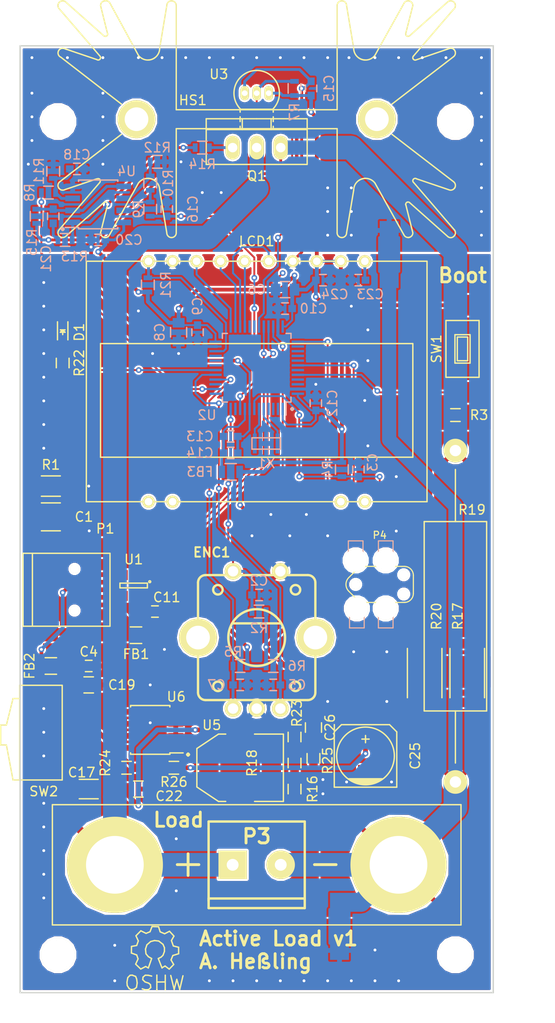
<source format=kicad_pcb>
(kicad_pcb (version 4) (host pcbnew 4.0.1-stable)
  (layers (0 F.Cu signal) (31 B.Cu signal) (34 B.Paste user) (35 F.Paste user) (36 B.SilkS user) (37 F.SilkS user) (38 B.Mask user hide) (39 F.Mask user hide) (44 Edge.Cuts user))
  (net 0 "")
  (net 1 "Net-(C1-Pad1)")
  (net 2 GND)
  (net 3 ENC_SW)
  (net 4 NRST)
  (net 5 +5V)
  (net 6 ENC_B)
  (net 7 +3V3)
  (net 8 ENC_A)
  (net 9 +3.3VADC)
  (net 10 GNDA)
  (net 11 "Net-(C16-Pad1)")
  (net 12 VCC)
  (net 13 "Net-(C18-Pad1)")
  (net 14 "Net-(C21-Pad1)")
  (net 15 "Net-(C21-Pad2)")
  (net 16 "Net-(C22-Pad1)")
  (net 17 "Net-(C23-Pad1)")
  (net 18 "Net-(D1-Pad2)")
  (net 19 "Net-(FB1-Pad1)")
  (net 20 "Net-(FB2-Pad1)")
  (net 21 GNDPWR)
  (net 22 "Net-(LCD1-Pad16)")
  (net 23 "Net-(LCD1-Pad15)")
  (net 24 "Net-(LCD1-Pad17)")
  (net 25 "Net-(LCD1-Pad18)")
  (net 26 "Net-(LCD1-Pad20)")
  (net 27 USB_D-)
  (net 28 USB_D+)
  (net 29 SWDIO)
  (net 30 SWCLK)
  (net 31 "Net-(Q1-Pad1)")
  (net 32 "Net-(Q1-Pad3)")
  (net 33 "Net-(R3-Pad2)")
  (net 34 TEMP)
  (net 35 "Net-(R8-Pad1)")
  (net 36 "Net-(R10-Pad1)")
  (net 37 "Net-(R10-Pad2)")
  (net 38 "Net-(R13-Pad1)")
  (net 39 "Net-(R16-Pad1)")
  (net 40 "Net-(R18-Pad2)")
  (net 41 "Net-(R24-Pad2)")
  (net 42 "Net-(R26-Pad1)")
  (net 43 "Net-(U2-Pad5)")
  (net 44 "Net-(U2-Pad6)")
  (net 45 "Net-(C26-Pad2)")
  (net 46 "Net-(R22-Pad1)")
  (net 47 UART1_TX)
  (module Mounting_Holes:MountingHole_3-5mm (layer F.Cu) (at 74 40.5)
    (fp_text reference REF** hide)
    (fp_text value MountingHole_3-5mm)
    (pad "" np_thru_hole circle (at 0 0) (size 3.5 3.5) (drill 3.5) (layers *.Cu *.Mask F.SilkS))
  )
  (module Mounting_Holes:MountingHole_3-5mm (layer F.Cu) (at 116 128.5)
    (fp_text reference REF** hide)
    (fp_text value MountingHole_3-5mm)
    (pad "" np_thru_hole circle (at 0 0) (size 3.5 3.5) (drill 3.5) (layers *.Cu *.Mask F.SilkS))
  )
  (module Mounting_Holes:MountingHole_3-5mm (layer F.Cu) (at 116 40.5)
    (fp_text reference REF** hide)
    (fp_text value MountingHole_3-5mm)
    (pad "" np_thru_hole circle (at 0 0) (size 3.5 3.5) (drill 3.5) (layers *.Cu *.Mask F.SilkS))
  )
  (module Capacitors_SMD:C_1210 (layer F.Cu) (at 73.25 82.25)
    (fp_text reference C1 (at 3.5 0) (layer F.SilkS))
    (fp_text value 4n7/50V)
    (pad 1 smd rect (at -1.5 0) (size 1 2.5) (layers F.Cu F.Paste F.Mask) (net 1 "Net-(C1-Pad1)"))
    (pad 2 smd rect (at 1.5 0) (size 1 2.5) (layers F.Cu F.Paste F.Mask) (net 2 GND))
  )
  (module Capacitors_SMD:C_0603 (layer B.Cu) (at 95.25 90.5)
    (fp_text reference C2 (at 0 -1.5) (layer B.SilkS) (effects (justify mirror)))
    (fp_text value 10n)
    (pad 1 smd rect (at -0.75 0) (size 0.8 0.75) (layers B.Cu B.Paste B.Mask) (net 3 ENC_SW))
    (pad 2 smd rect (at 0.75 0) (size 0.8 0.75) (layers B.Cu B.Paste B.Mask) (net 2 GND))
  )
  (module Capacitors_SMD:C_0603 (layer B.Cu) (at 105.75 77.25 90)
    (fp_text reference C3 (at 0.75 1.5 90) (layer B.SilkS) (effects (justify mirror)))
    (fp_text value 100n)
    (pad 1 smd rect (at -0.75 0 90) (size 0.8 0.75) (layers B.Cu B.Paste B.Mask) (net 4 NRST))
    (pad 2 smd rect (at 0.75 0 90) (size 0.8 0.75) (layers B.Cu B.Paste B.Mask) (net 2 GND))
  )
  (module Capacitors_SMD:C_0603 (layer F.Cu) (at 77.25 98)
    (fp_text reference C4 (at 0 -1.5) (layer F.SilkS))
    (fp_text value 10n)
    (pad 1 smd rect (at -0.75 0) (size 0.8 0.75) (layers F.Cu F.Paste F.Mask) (net 5 +5V))
    (pad 2 smd rect (at 0.75 0) (size 0.8 0.75) (layers F.Cu F.Paste F.Mask) (net 2 GND))
  )
  (module Capacitors_SMD:C_0603 (layer B.Cu) (at 96.75 100 180)
    (fp_text reference C5 (at -2.5 0 180) (layer B.SilkS) (effects (justify mirror)))
    (fp_text value 10n)
    (pad 1 smd rect (at -0.75 0 180) (size 0.8 0.75) (layers B.Cu B.Paste B.Mask) (net 6 ENC_B))
    (pad 2 smd rect (at 0.75 0 180) (size 0.8 0.75) (layers B.Cu B.Paste B.Mask) (net 2 GND))
  )
  (module Capacitors_SMD:C_0805 (layer B.Cu) (at 98 58.25)
    (fp_text reference C6 (at -3 0) (layer B.SilkS) (effects (justify mirror)))
    (fp_text value 4u7)
    (pad 1 smd rect (at -1 0) (size 1 1.25) (layers B.Cu B.Paste B.Mask) (net 2 GND))
    (pad 2 smd rect (at 1 0) (size 1 1.25) (layers B.Cu B.Paste B.Mask) (net 7 +3V3))
  )
  (module Capacitors_SMD:C_0603 (layer B.Cu) (at 93.25 100)
    (fp_text reference C7 (at -2.5 0) (layer B.SilkS) (effects (justify mirror)))
    (fp_text value 10n)
    (pad 1 smd rect (at -0.75 0) (size 0.8 0.75) (layers B.Cu B.Paste B.Mask) (net 8 ENC_A))
    (pad 2 smd rect (at 0.75 0) (size 0.8 0.75) (layers B.Cu B.Paste B.Mask) (net 2 GND))
  )
  (module Capacitors_SMD:C_0805 (layer B.Cu) (at 86.75 62.75 90)
    (fp_text reference C8 (at 0 -2 90) (layer B.SilkS) (effects (justify mirror)))
    (fp_text value 4u7)
    (pad 1 smd rect (at -1 0 90) (size 1 1.25) (layers B.Cu B.Paste B.Mask) (net 2 GND))
    (pad 2 smd rect (at 1 0 90) (size 1 1.25) (layers B.Cu B.Paste B.Mask) (net 7 +3V3))
  )
  (module Capacitors_SMD:C_0603 (layer B.Cu) (at 88.75 62.75 90)
    (fp_text reference C9 (at 2.75 0 90) (layer B.SilkS) (effects (justify mirror)))
    (fp_text value 100n)
    (pad 1 smd rect (at -0.75 0 90) (size 0.8 0.75) (layers B.Cu B.Paste B.Mask) (net 2 GND))
    (pad 2 smd rect (at 0.75 0 90) (size 0.8 0.75) (layers B.Cu B.Paste B.Mask) (net 7 +3V3))
  )
  (module Capacitors_SMD:C_0603 (layer B.Cu) (at 98 60.25)
    (fp_text reference C10 (at 3 0) (layer B.SilkS) (effects (justify mirror)))
    (fp_text value 100n)
    (pad 1 smd rect (at -0.75 0) (size 0.8 0.75) (layers B.Cu B.Paste B.Mask) (net 2 GND))
    (pad 2 smd rect (at 0.75 0) (size 0.8 0.75) (layers B.Cu B.Paste B.Mask) (net 7 +3V3))
  )
  (module Capacitors_SMD:C_0603 (layer F.Cu) (at 84.25 92.25 180)
    (fp_text reference C11 (at -1.25 1.5 180) (layer F.SilkS))
    (fp_text value 100n)
    (pad 1 smd rect (at -0.75 0 180) (size 0.8 0.75) (layers F.Cu F.Paste F.Mask) (net 2 GND))
    (pad 2 smd rect (at 0.75 0 180) (size 0.8 0.75) (layers F.Cu F.Paste F.Mask) (net 7 +3V3))
  )
  (module Capacitors_SMD:C_0603 (layer B.Cu) (at 101.25 70.25 270)
    (fp_text reference C12 (at 0 -1.75 270) (layer B.SilkS) (effects (justify mirror)))
    (fp_text value 100n)
    (pad 1 smd rect (at -0.75 0 270) (size 0.8 0.75) (layers B.Cu B.Paste B.Mask) (net 2 GND))
    (pad 2 smd rect (at 0.75 0 270) (size 0.8 0.75) (layers B.Cu B.Paste B.Mask) (net 7 +3V3))
  )
  (module Capacitors_SMD:C_0603 (layer B.Cu) (at 92.25 73.75)
    (fp_text reference C13 (at -3.25 0) (layer B.SilkS) (effects (justify mirror)))
    (fp_text value 100n)
    (pad 1 smd rect (at -0.75 0) (size 0.8 0.75) (layers B.Cu B.Paste B.Mask) (net 9 +3.3VADC))
    (pad 2 smd rect (at 0.75 0) (size 0.8 0.75) (layers B.Cu B.Paste B.Mask) (net 10 GNDA))
  )
  (module Capacitors_SMD:C_0603 (layer B.Cu) (at 92.25 75.5)
    (fp_text reference C14 (at -3.25 0) (layer B.SilkS) (effects (justify mirror)))
    (fp_text value 1u)
    (pad 1 smd rect (at -0.75 0) (size 0.8 0.75) (layers B.Cu B.Paste B.Mask) (net 9 +3.3VADC))
    (pad 2 smd rect (at 0.75 0) (size 0.8 0.75) (layers B.Cu B.Paste B.Mask) (net 10 GNDA))
  )
  (module Capacitors_SMD:C_0603 (layer B.Cu) (at 100.75 37 90)
    (fp_text reference C15 (at 0 1.9 90) (layer B.SilkS) (effects (justify mirror)))
    (fp_text value 100n)
    (pad 1 smd rect (at -0.75 0 90) (size 0.8 0.75) (layers B.Cu B.Paste B.Mask) (net 7 +3V3))
    (pad 2 smd rect (at 0.75 0 90) (size 0.8 0.75) (layers B.Cu B.Paste B.Mask) (net 2 GND))
  )
  (module Capacitors_SMD:C_0603 (layer B.Cu) (at 85.5 49.75 90)
    (fp_text reference C16 (at 0 2.75 90) (layer B.SilkS) (effects (justify mirror)))
    (fp_text value 100n)
    (pad 1 smd rect (at -0.75 0 90) (size 0.8 0.75) (layers B.Cu B.Paste B.Mask) (net 11 "Net-(C16-Pad1)"))
    (pad 2 smd rect (at 0.75 0 90) (size 0.8 0.75) (layers B.Cu B.Paste B.Mask) (net 10 GNDA))
  )
  (module Capacitors_SMD:C_1206 (layer F.Cu) (at 77.25 111)
    (fp_text reference C17 (at -0.75 -1.75) (layer F.SilkS))
    (fp_text value 4u7/50V)
    (pad 1 smd rect (at -1.5 0) (size 1 1.6) (layers F.Cu F.Paste F.Mask) (net 12 VCC))
    (pad 2 smd rect (at 1.5 0) (size 1 1.6) (layers F.Cu F.Paste F.Mask) (net 2 GND))
  )
  (module Capacitors_SMD:C_0603 (layer B.Cu) (at 76 45.5)
    (fp_text reference C18 (at 0 -1.5) (layer B.SilkS) (effects (justify mirror)))
    (fp_text value 100n)
    (pad 1 smd rect (at -0.75 0) (size 0.8 0.75) (layers B.Cu B.Paste B.Mask) (net 13 "Net-(C18-Pad1)"))
    (pad 2 smd rect (at 0.75 0) (size 0.8 0.75) (layers B.Cu B.Paste B.Mask) (net 10 GNDA))
  )
  (module Capacitors_SMD:C_0805 (layer F.Cu) (at 77.25 100)
    (fp_text reference C19 (at 3.5 0) (layer F.SilkS))
    (fp_text value 4u7/16V)
    (pad 1 smd rect (at -1 0) (size 1 1.25) (layers F.Cu F.Paste F.Mask) (net 5 +5V))
    (pad 2 smd rect (at 1 0) (size 1 1.25) (layers F.Cu F.Paste F.Mask) (net 2 GND))
  )
  (module Capacitors_SMD:C_0603 (layer B.Cu) (at 78.25 53 180)
    (fp_text reference C20 (at -3.25 0 180) (layer B.SilkS) (effects (justify mirror)))
    (fp_text value 100n)
    (pad 1 smd rect (at -0.75 0 180) (size 0.8 0.75) (layers B.Cu B.Paste B.Mask) (net 7 +3V3))
    (pad 2 smd rect (at 0.75 0 180) (size 0.8 0.75) (layers B.Cu B.Paste B.Mask) (net 10 GNDA))
  )
  (module Capacitors_SMD:C_0603 (layer B.Cu) (at 73.5 50.5 90)
    (fp_text reference C21 (at -4.5 -0.75 90) (layer B.SilkS) (effects (justify mirror)))
    (fp_text value 100n)
    (pad 1 smd rect (at -0.75 0 90) (size 0.8 0.75) (layers B.Cu B.Paste B.Mask) (net 14 "Net-(C21-Pad1)"))
    (pad 2 smd rect (at 0.75 0 90) (size 0.8 0.75) (layers B.Cu B.Paste B.Mask) (net 15 "Net-(C21-Pad2)"))
  )
  (module Capacitors_SMD:C_0805 (layer F.Cu) (at 82.5 111)
    (fp_text reference C22 (at 3.25 0.75) (layer F.SilkS))
    (fp_text value 100n/50V)
    (pad 1 smd rect (at -1 0) (size 1 1.25) (layers F.Cu F.Paste F.Mask) (net 16 "Net-(C22-Pad1)"))
    (pad 2 smd rect (at 1 0) (size 1 1.25) (layers F.Cu F.Paste F.Mask) (net 2 GND))
  )
  (module Capacitors_SMD:C_0603 (layer B.Cu) (at 105.75 57.25 180)
    (fp_text reference C23 (at -1.25 -1.5 180) (layer B.SilkS) (effects (justify mirror)))
    (fp_text value 1u)
    (pad 1 smd rect (at -0.75 0 180) (size 0.8 0.75) (layers B.Cu B.Paste B.Mask) (net 17 "Net-(C23-Pad1)"))
    (pad 2 smd rect (at 0.75 0 180) (size 0.8 0.75) (layers B.Cu B.Paste B.Mask) (net 2 GND))
  )
  (module Capacitors_SMD:C_0603 (layer B.Cu) (at 102 57.25)
    (fp_text reference C24 (at 1.25 1.5) (layer B.SilkS) (effects (justify mirror)))
    (fp_text value 1u)
    (pad 1 smd rect (at -0.75 0) (size 0.8 0.75) (layers B.Cu B.Paste B.Mask) (net 7 +3V3))
    (pad 2 smd rect (at 0.75 0) (size 0.8 0.75) (layers B.Cu B.Paste B.Mask) (net 2 GND))
  )
  (module Capacitors_SMD:c_elec_6.3x5.3 (layer F.Cu) (at 106.5 107.5 90)
    (fp_text reference C25 (at 0 5.25 90) (layer F.SilkS))
    (fp_text value 47u/16V)
    (pad 1 smd rect (at 2.75082 0 90) (size 3.59918 1.6002) (layers F.Cu F.Paste F.Mask) (net 7 +3V3))
    (pad 2 smd rect (at -2.75082 0 90) (size 3.59918 1.6002) (layers F.Cu F.Paste F.Mask) (net 2 GND))
  )
  (module LEDs:LED_0603 (layer F.Cu) (at 74.5 62.75 270)
    (fp_text reference D1 (at 0 -1.75 270) (layer F.SilkS))
    (fp_text value "Run LED green")
    (pad 2 smd rect (at 0.7493 0 90) (size 0.79756 0.79756) (layers F.Cu F.Paste F.Mask) (net 18 "Net-(D1-Pad2)"))
    (pad 1 smd rect (at -0.7493 0 90) (size 0.79756 0.79756) (layers F.Cu F.Paste F.Mask) (net 2 GND))
  )
  (module ALPS-STEC12E08:ALPS-STEC12E08 (layer F.Cu) (at 95 95)
    (fp_text reference ENC1 (at -4.75 -9) (layer F.SilkS) (effects (font (thickness 0.2))))
    (fp_text value ALPS-STEC12E08 hide)
    (pad A thru_hole circle (at -2.5 7.5) (size 1.75 1.75) (drill 1.1) (layers *.Cu *.Mask F.SilkS) (net 8 ENC_A))
    (pad B thru_hole circle (at 2.5 7.5) (size 1.75 1.75) (drill 1.1) (layers *.Cu *.Mask F.SilkS) (net 6 ENC_B))
    (pad C thru_hole circle (at 0 7.5) (size 1.75 1.75) (drill 1.1) (layers *.Cu *.Mask F.SilkS) (net 2 GND))
    (pad SW2 thru_hole circle (at 2.5 -7) (size 1.75 1.75) (drill 1.1) (layers *.Cu *.Mask F.SilkS) (net 2 GND))
    (pad SW1 thru_hole circle (at -2.5 -7) (size 1.75 1.75) (drill 1.1) (layers *.Cu *.Mask F.SilkS) (net 3 ENC_SW))
    (pad body thru_hole oval (at 6.2 0) (size 4 4) (drill 2.5) (layers *.Cu *.Mask F.SilkS))
    (pad body thru_hole oval (at -6.2 0) (size 4 4) (drill 2.5) (layers *.Cu *.Mask F.SilkS))
  )
  (module Resistors_SMD:R_0805 (layer F.Cu) (at 82.25 94.75)
    (fp_text reference FB1 (at 0 2) (layer F.SilkS))
    (fp_text value 8,2µH/0805)
    (pad 1 smd rect (at -0.95 0) (size 0.7 1.3) (layers F.Cu F.Paste F.Mask) (net 19 "Net-(FB1-Pad1)"))
    (pad 2 smd rect (at 0.95 0) (size 0.7 1.3) (layers F.Cu F.Paste F.Mask) (net 2 GND))
  )
  (module Resistors_SMD:R_0805 (layer F.Cu) (at 73.25 98)
    (fp_text reference FB2 (at -2.25 0 90) (layer F.SilkS))
    (fp_text value 8,2µH/0805)
    (pad 1 smd rect (at -0.95 0) (size 0.7 1.3) (layers F.Cu F.Paste F.Mask) (net 20 "Net-(FB2-Pad1)"))
    (pad 2 smd rect (at 0.95 0) (size 0.7 1.3) (layers F.Cu F.Paste F.Mask) (net 5 +5V))
  )
  (module Resistors_SMD:R_0805 (layer B.Cu) (at 92.25 77.5)
    (fp_text reference FB3 (at -3.25 0) (layer B.SilkS) (effects (justify mirror)))
    (fp_text value 8,2µH/0805)
    (pad 1 smd rect (at -0.95 0) (size 0.7 1.3) (layers B.Cu B.Paste B.Mask) (net 9 +3.3VADC))
    (pad 2 smd rect (at 0.95 0) (size 0.7 1.3) (layers B.Cu B.Paste B.Mask) (net 7 +3V3))
  )
  (module Heatsinks:Heatsink_Fischer_SK129-STS_42x25mm_2xDrill2.5mm (layer F.Cu) (at 95 40.25)
    (fp_text reference HS1 (at -6.75 -2) (layer F.SilkS))
    (fp_text value "SK 129-50 STS")
    (pad 1 thru_hole circle (at -12.7 0) (size 4 4) (drill 2.5) (layers *.Cu *.Mask F.SilkS))
    (pad 1 thru_hole circle (at 12.7 0) (size 4 4) (drill 2.5) (layers *.Cu *.Mask F.SilkS))
  )
  (module Oddities:NetTie-I_Connected_SMD (layer B.Cu) (at 109 54.54 270)
    (fp_text reference JP1 hide)
    (fp_text value Jumper_NC_Small)
    (fp_line (start 1.778 1.016) (end -1.778 1.016) (layer B.Cu) (width 0.3048))
    (fp_line (start -1.778 0.762) (end 1.778 0.762) (layer B.Cu) (width 0.3048))
    (fp_line (start 1.778 0.508) (end -1.778 0.508) (layer B.Cu) (width 0.3048))
    (fp_line (start -1.778 0.254) (end 1.778 0.254) (layer B.Cu) (width 0.3048))
    (fp_line (start 1.778 0) (end -1.778 0) (layer B.Cu) (width 0.3048))
    (fp_line (start -1.778 -0.254) (end 1.778 -0.254) (layer B.Cu) (width 0.3048))
    (fp_line (start 1.778 -0.508) (end -1.778 -0.508) (layer B.Cu) (width 0.3048))
    (fp_line (start -1.778 -0.762) (end 1.778 -0.762) (layer B.Cu) (width 0.3048))
    (fp_line (start 1.778 -1.016) (end -1.778 -1.016) (layer B.Cu) (width 0.3048))
    (pad 1 smd rect (at -2.54 0 270) (size 1.99898 1.99898) (layers B.Cu B.Paste B.Mask) (net 10 GNDA))
    (pad 2 smd rect (at 2.54 0 270) (size 1.99898 1.99898) (layers B.Cu B.Paste B.Mask) (net 21 GNDPWR))
  )
  (module Oddities:NetTie-I_Connected_SMD (layer B.Cu) (at 103.75 125.5 270)
    (fp_text reference JP2 hide)
    (fp_text value Jumper_NC_Small)
    (fp_line (start 1.778 1.016) (end -1.778 1.016) (layer B.Cu) (width 0.3048))
    (fp_line (start -1.778 0.762) (end 1.778 0.762) (layer B.Cu) (width 0.3048))
    (fp_line (start 1.778 0.508) (end -1.778 0.508) (layer B.Cu) (width 0.3048))
    (fp_line (start -1.778 0.254) (end 1.778 0.254) (layer B.Cu) (width 0.3048))
    (fp_line (start 1.778 0) (end -1.778 0) (layer B.Cu) (width 0.3048))
    (fp_line (start -1.778 -0.254) (end 1.778 -0.254) (layer B.Cu) (width 0.3048))
    (fp_line (start 1.778 -0.508) (end -1.778 -0.508) (layer B.Cu) (width 0.3048))
    (fp_line (start -1.778 -0.762) (end 1.778 -0.762) (layer B.Cu) (width 0.3048))
    (fp_line (start 1.778 -1.016) (end -1.778 -1.016) (layer B.Cu) (width 0.3048))
    (pad 1 smd rect (at -2.54 0 270) (size 1.99898 1.99898) (layers B.Cu B.Paste B.Mask) (net 21 GNDPWR))
    (pad 2 smd rect (at 2.54 0 270) (size 1.99898 1.99898) (layers B.Cu B.Paste B.Mask) (net 2 GND))
  )
  (module dog-displays:DOGS104 (layer F.Cu) (at 95 67.95)
    (fp_text reference LCD1 (at 0 -14.8) (layer F.SilkS))
    (fp_text value EA-DOGS104-A)
    (pad 16 thru_hole circle (at -1.27 -12.7) (size 1.3 1.3) (drill 0.8) (layers *.Cu *.Mask F.SilkS) (net 22 "Net-(LCD1-Pad16)"))
    (pad 15 thru_hole circle (at 1.27 -12.7) (size 1.3 1.3) (drill 0.8) (layers *.Cu *.Mask F.SilkS) (net 23 "Net-(LCD1-Pad15)"))
    (pad 17 thru_hole circle (at -3.81 -12.7) (size 1.3 1.3) (drill 0.8) (layers *.Cu *.Mask F.SilkS) (net 24 "Net-(LCD1-Pad17)"))
    (pad 14 thru_hole circle (at 3.81 -12.7) (size 1.3 1.3) (drill 0.8) (layers *.Cu *.Mask F.SilkS) (net 2 GND))
    (pad 13 thru_hole circle (at 6.35 -12.7) (size 1.3 1.3) (drill 0.8) (layers *.Cu *.Mask F.SilkS) (net 7 +3V3))
    (pad 18 thru_hole circle (at -6.35 -12.7) (size 1.3 1.3) (drill 0.8) (layers *.Cu *.Mask F.SilkS) (net 25 "Net-(LCD1-Pad18)"))
    (pad 12 thru_hole circle (at 8.89 -12.7) (size 1.3 1.3) (drill 0.8) (layers *.Cu *.Mask F.SilkS) (net 7 +3V3))
    (pad 19 thru_hole circle (at -8.89 -12.7) (size 1.3 1.3) (drill 0.8) (layers *.Cu *.Mask F.SilkS) (net 2 GND))
    (pad 20 thru_hole circle (at -11.43 -12.7) (size 1.3 1.3) (drill 0.8) (layers *.Cu *.Mask F.SilkS) (net 26 "Net-(LCD1-Pad20)"))
    (pad 11 thru_hole circle (at 11.43 -12.7) (size 1.3 1.3) (drill 0.8) (layers *.Cu *.Mask F.SilkS) (net 17 "Net-(C23-Pad1)"))
    (pad 1 thru_hole circle (at -11.43 12.7) (size 1.3 1.3) (drill 0.8) (layers *.Cu *.Mask F.SilkS))
    (pad 2 thru_hole circle (at -8.89 12.7) (size 1.3 1.3) (drill 0.8) (layers *.Cu *.Mask F.SilkS))
    (pad 9 thru_hole circle (at 8.89 12.7) (size 1.3 1.3) (drill 0.8) (layers *.Cu *.Mask F.SilkS))
    (pad 10 thru_hole circle (at 11.43 12.7) (size 1.3 1.3) (drill 0.8) (layers *.Cu *.Mask F.SilkS))
  )
  (module Connect:USB_Mini-B (layer F.Cu) (at 74.8991 89.94964)
    (fp_text reference P1 (at 4.1009 -6.44964) (layer F.SilkS))
    (fp_text value USB_OTG)
    (pad 1 smd rect (at 3.44932 -1.6002) (size 2.30124 0.50038) (layers F.Cu F.Paste F.Mask) (net 20 "Net-(FB2-Pad1)"))
    (pad 2 smd rect (at 3.44932 -0.8001) (size 2.30124 0.50038) (layers F.Cu F.Paste F.Mask) (net 27 USB_D-))
    (pad 3 smd rect (at 3.44932 0) (size 2.30124 0.50038) (layers F.Cu F.Paste F.Mask) (net 28 USB_D+))
    (pad 4 smd rect (at 3.44932 0.8001) (size 2.30124 0.50038) (layers F.Cu F.Paste F.Mask))
    (pad 5 smd rect (at 3.44932 1.6002) (size 2.30124 0.50038) (layers F.Cu F.Paste F.Mask) (net 19 "Net-(FB1-Pad1)"))
    (pad 6 smd rect (at 3.35026 -4.45008) (size 2.49936 1.99898) (layers F.Cu F.Paste F.Mask) (net 1 "Net-(C1-Pad1)"))
    (pad 6 smd rect (at -2.14884 -4.45008) (size 2.49936 1.99898) (layers F.Cu F.Paste F.Mask) (net 1 "Net-(C1-Pad1)"))
    (pad 6 smd rect (at 3.35026 4.45008) (size 2.49936 1.99898) (layers F.Cu F.Paste F.Mask) (net 1 "Net-(C1-Pad1)"))
    (pad 6 smd rect (at -2.14884 4.45008) (size 2.49936 1.99898) (layers F.Cu F.Paste F.Mask) (net 1 "Net-(C1-Pad1)"))
    (pad "" np_thru_hole circle (at 0.8509 -2.19964) (size 0.89916 0.89916) (drill 0.89916) (layers *.Cu *.Mask F.SilkS))
    (pad "" np_thru_hole circle (at 0.8509 2.19964) (size 0.89916 0.89916) (drill 0.89916) (layers *.Cu *.Mask F.SilkS))
  )
  (module Connect:Banana_Jack_2Pin (layer F.Cu) (at 95 119)
    (fp_text reference P2 hide)
    (fp_text value "Banana jacks")
    (pad 1 thru_hole circle (at -14.986 0) (size 10.16 10.16) (drill 6.096) (layers *.Cu *.Mask F.SilkS) (net 12 VCC))
    (pad 2 thru_hole circle (at 14.986 0) (size 10.16 10.16) (drill 6.096) (layers *.Cu *.Mask F.SilkS) (net 21 GNDPWR))
  )
  (module w_conn_screw:mors_2p (layer F.Cu) (at 95 119)
    (fp_text reference P3 (at 0 -3) (layer F.SilkS) (effects (font (thickness 0.3048))))
    (fp_text value "AKL 101-2" hide)
    (pad 1 thru_hole rect (at -2.54 0) (size 2.99974 2.99974) (drill 1.24968) (layers *.Cu *.Mask F.SilkS) (net 12 VCC))
    (pad 2 thru_hole circle (at 2.54 0) (size 2.99974 2.99974) (drill 1.24968) (layers *.Cu *.Mask F.SilkS) (net 21 GNDPWR))
  )
  (module Tag-Connect:TC2030_SMALL (layer F.Cu) (at 108 89.385)
    (fp_text reference P4 (at 0 -5.20192) (layer F.SilkS) (effects (font (size 0.75692 0.75692) (thickness 0.127))))
    (fp_text value TC2030-CTX hide)
    (pad 1 connect circle (at -1.27 0.635) (size 0.78486 0.78486) (layers F.Cu F.Mask) (net 7 +3V3))
    (pad 2 connect circle (at -1.27 -0.635) (size 0.78486 0.78486) (layers F.Cu F.Mask) (net 29 SWDIO))
    (pad 3 connect circle (at 0 0.635) (size 0.78486 0.78486) (layers F.Cu F.Mask) (net 4 NRST))
    (pad 4 connect circle (at 0 -0.635) (size 0.78486 0.78486) (layers F.Cu F.Mask) (net 30 SWCLK))
    (pad 5 connect circle (at 1.27 0.635) (size 0.78486 0.78486) (layers F.Cu F.Mask) (net 2 GND))
    (pad 6 connect circle (at 1.27 -0.635) (size 0.78486 0.78486) (layers F.Cu F.Mask) (net 47 UART1_TX))
    (pad "" np_thru_hole circle (at -2.54 0) (size 0.98806 0.98806) (drill 0.98806) (layers *.Cu *.Mask F.SilkS))
    (pad "" np_thru_hole circle (at 2.54 -1.016) (size 0.98552 0.98552) (drill 0.98552) (layers *.Cu *.Mask F.SilkS))
    (pad "" np_thru_hole circle (at 2.54 1.016) (size 0.98552 0.98552) (drill 0.98552) (layers *.Cu *.Mask F.SilkS))
    (pad "" np_thru_hole circle (at -2.54 -2.54) (size 2.37236 2.37236) (drill 2.37236) (layers *.Cu *.Mask F.SilkS))
    (pad "" np_thru_hole circle (at 0.635 -2.54) (size 2.36982 2.36982) (drill 2.36982) (layers *.Cu *.Mask F.SilkS))
    (pad "" np_thru_hole circle (at -2.413 2.54) (size 2.36982 2.36982) (drill 2.36982) (layers *.Cu *.Mask F.SilkS))
    (pad "" np_thru_hole circle (at 0.635 2.54) (size 2.36982 2.36982) (drill 2.36982) (layers *.Cu *.Mask F.SilkS))
  )
  (module TO_SOT_Packages_THT:TO-220_Neutral123_Vertical (layer F.Cu) (at 95 43.25)
    (fp_text reference Q1 (at 0 3) (layer F.SilkS))
    (fp_text value BTS117)
    (pad 2 thru_hole oval (at 0 0 90) (size 2.49936 1.50114) (drill 1.00076) (layers *.Cu *.Mask F.SilkS) (net 12 VCC))
    (pad 1 thru_hole oval (at -2.54 0 90) (size 2.49936 1.50114) (drill 1.00076) (layers *.Cu *.Mask F.SilkS) (net 31 "Net-(Q1-Pad1)"))
    (pad 3 thru_hole oval (at 2.54 0 90) (size 2.49936 1.50114) (drill 1.00076) (layers *.Cu *.Mask F.SilkS) (net 32 "Net-(Q1-Pad3)"))
  )
  (module Resistors_SMD:R_1206 (layer F.Cu) (at 73.25 79 180)
    (fp_text reference R1 (at 0 2.25 180) (layer F.SilkS))
    (fp_text value 1M)
    (pad 1 smd rect (at -1.45 0 180) (size 0.9 1.7) (layers F.Cu F.Paste F.Mask) (net 2 GND))
    (pad 2 smd rect (at 1.45 0 180) (size 0.9 1.7) (layers F.Cu F.Paste F.Mask) (net 1 "Net-(C1-Pad1)"))
  )
  (module Resistors_SMD:R_0603 (layer B.Cu) (at 95.25 92.25 180)
    (fp_text reference R2 (at 0 -1.75 180) (layer B.SilkS) (effects (justify mirror)))
    (fp_text value 10k)
    (pad 1 smd rect (at -0.75 0 180) (size 0.5 0.9) (layers B.Cu B.Paste B.Mask) (net 7 +3V3))
    (pad 2 smd rect (at 0.75 0 180) (size 0.5 0.9) (layers B.Cu B.Paste B.Mask) (net 3 ENC_SW))
  )
  (module Resistors_SMD:R_0603 (layer F.Cu) (at 116 71.5)
    (fp_text reference R3 (at 2.5 0) (layer F.SilkS))
    (fp_text value 10k)
    (pad 1 smd rect (at -0.75 0) (size 0.5 0.9) (layers F.Cu F.Paste F.Mask) (net 2 GND))
    (pad 2 smd rect (at 0.75 0) (size 0.5 0.9) (layers F.Cu F.Paste F.Mask) (net 33 "Net-(R3-Pad2)"))
  )
  (module Resistors_SMD:R_0603 (layer B.Cu) (at 104 77.25 270)
    (fp_text reference R4 (at 0 1.5 270) (layer B.SilkS) (effects (justify mirror)))
    (fp_text value 10k)
    (pad 1 smd rect (at -0.75 0 270) (size 0.5 0.9) (layers B.Cu B.Paste B.Mask) (net 7 +3V3))
    (pad 2 smd rect (at 0.75 0 270) (size 0.5 0.9) (layers B.Cu B.Paste B.Mask) (net 4 NRST))
  )
  (module Resistors_SMD:R_0603 (layer B.Cu) (at 93.25 98)
    (fp_text reference R5 (at -0.75 -1.5) (layer B.SilkS) (effects (justify mirror)))
    (fp_text value 10k)
    (pad 1 smd rect (at -0.75 0) (size 0.5 0.9) (layers B.Cu B.Paste B.Mask) (net 8 ENC_A))
    (pad 2 smd rect (at 0.75 0) (size 0.5 0.9) (layers B.Cu B.Paste B.Mask) (net 7 +3V3))
  )
  (module Resistors_SMD:R_0603 (layer B.Cu) (at 96.75 98 180)
    (fp_text reference R6 (at -2.5 0 180) (layer B.SilkS) (effects (justify mirror)))
    (fp_text value 10k)
    (pad 1 smd rect (at -0.75 0 180) (size 0.5 0.9) (layers B.Cu B.Paste B.Mask) (net 6 ENC_B))
    (pad 2 smd rect (at 0.75 0 180) (size 0.5 0.9) (layers B.Cu B.Paste B.Mask) (net 7 +3V3))
  )
  (module Resistors_SMD:R_0603 (layer B.Cu) (at 99 37 90)
    (fp_text reference R7 (at -2.5 0 90) (layer B.SilkS) (effects (justify mirror)))
    (fp_text value 10k)
    (pad 1 smd rect (at -0.75 0 90) (size 0.5 0.9) (layers B.Cu B.Paste B.Mask) (net 7 +3V3))
    (pad 2 smd rect (at 0.75 0 90) (size 0.5 0.9) (layers B.Cu B.Paste B.Mask) (net 34 TEMP))
  )
  (module Resistors_SMD:R_0603 (layer B.Cu) (at 73 48)
    (fp_text reference R8 (at -2 0 90) (layer B.SilkS) (effects (justify mirror)))
    (fp_text value 10k)
    (pad 1 smd rect (at -0.75 0) (size 0.5 0.9) (layers B.Cu B.Paste B.Mask) (net 35 "Net-(R8-Pad1)"))
    (pad 2 smd rect (at 0.75 0) (size 0.5 0.9) (layers B.Cu B.Paste B.Mask) (net 13 "Net-(C18-Pad1)"))
  )
  (module Resistors_SMD:R_0603 (layer B.Cu) (at 83.75 49.75 90)
    (fp_text reference R9 (at 0 -1.25 90) (layer B.SilkS) (effects (justify mirror)))
    (fp_text value 1k)
    (pad 1 smd rect (at -0.75 0 90) (size 0.5 0.9) (layers B.Cu B.Paste B.Mask) (net 11 "Net-(C16-Pad1)"))
    (pad 2 smd rect (at 0.75 0 90) (size 0.5 0.9) (layers B.Cu B.Paste B.Mask) (net 36 "Net-(R10-Pad1)"))
  )
  (module Resistors_SMD:R_0603 (layer B.Cu) (at 83.75 47 90)
    (fp_text reference R10 (at 0 1.9 90) (layer B.SilkS) (effects (justify mirror)))
    (fp_text value 18k)
    (pad 1 smd rect (at -0.75 0 90) (size 0.5 0.9) (layers B.Cu B.Paste B.Mask) (net 36 "Net-(R10-Pad1)"))
    (pad 2 smd rect (at 0.75 0 90) (size 0.5 0.9) (layers B.Cu B.Paste B.Mask) (net 37 "Net-(R10-Pad2)"))
  )
  (module Resistors_SMD:R_0603 (layer B.Cu) (at 73.5 45.75 90)
    (fp_text reference R11 (at 0 -1.5 90) (layer B.SilkS) (effects (justify mirror)))
    (fp_text value 1k)
    (pad 1 smd rect (at -0.75 0 90) (size 0.5 0.9) (layers B.Cu B.Paste B.Mask) (net 13 "Net-(C18-Pad1)"))
    (pad 2 smd rect (at 0.75 0 90) (size 0.5 0.9) (layers B.Cu B.Paste B.Mask) (net 10 GNDA))
  )
  (module Resistors_SMD:R_0603 (layer B.Cu) (at 84.5 44.75)
    (fp_text reference R12 (at 0 -1.5) (layer B.SilkS) (effects (justify mirror)))
    (fp_text value 2k)
    (pad 1 smd rect (at -0.75 0) (size 0.5 0.9) (layers B.Cu B.Paste B.Mask) (net 37 "Net-(R10-Pad2)"))
    (pad 2 smd rect (at 0.75 0) (size 0.5 0.9) (layers B.Cu B.Paste B.Mask) (net 10 GNDA))
  )
  (module Resistors_SMD:R_0603 (layer B.Cu) (at 74.75 53 180)
    (fp_text reference R13 (at -1 -1.75 180) (layer B.SilkS) (effects (justify mirror)))
    (fp_text value 0)
    (pad 1 smd rect (at -0.75 0 180) (size 0.5 0.9) (layers B.Cu B.Paste B.Mask) (net 38 "Net-(R13-Pad1)"))
    (pad 2 smd rect (at 0.75 0 180) (size 0.5 0.9) (layers B.Cu B.Paste B.Mask) (net 14 "Net-(C21-Pad1)"))
  )
  (module Resistors_SMD:R_0603 (layer B.Cu) (at 89.25 43.25)
    (fp_text reference R14 (at 0 1.75) (layer B.SilkS) (effects (justify mirror)))
    (fp_text value 100)
    (pad 1 smd rect (at -0.75 0) (size 0.5 0.9) (layers B.Cu B.Paste B.Mask) (net 38 "Net-(R13-Pad1)"))
    (pad 2 smd rect (at 0.75 0) (size 0.5 0.9) (layers B.Cu B.Paste B.Mask) (net 31 "Net-(Q1-Pad1)"))
  )
  (module Resistors_SMD:R_0603 (layer B.Cu) (at 71.75 50.5 270)
    (fp_text reference R15 (at 2.75 0.5 270) (layer B.SilkS) (effects (justify mirror)))
    (fp_text value 10k)
    (pad 1 smd rect (at -0.75 0 270) (size 0.5 0.9) (layers B.Cu B.Paste B.Mask) (net 15 "Net-(C21-Pad2)"))
    (pad 2 smd rect (at 0.75 0 270) (size 0.5 0.9) (layers B.Cu B.Paste B.Mask) (net 32 "Net-(Q1-Pad3)"))
  )
  (module Resistors_SMD:R_0603 (layer F.Cu) (at 99 111 270)
    (fp_text reference R16 (at 0 -1.9 270) (layer F.SilkS))
    (fp_text value 390)
    (pad 1 smd rect (at -0.75 0 270) (size 0.5 0.9) (layers F.Cu F.Paste F.Mask) (net 39 "Net-(R16-Pad1)"))
    (pad 2 smd rect (at 0.75 0 270) (size 0.5 0.9) (layers F.Cu F.Paste F.Mask) (net 2 GND))
  )
  (module Resistors_SMD:R_2512 (layer F.Cu) (at 117.25 98.75 270)
    (fp_text reference R17 (at -6 1 270) (layer F.SilkS))
    (fp_text value 100m)
    (pad 1 smd rect (at -3.1 0 270) (size 1 3.2) (layers F.Cu F.Paste F.Mask) (net 32 "Net-(Q1-Pad3)"))
    (pad 2 smd rect (at 3.1 0 270) (size 1 3.2) (layers F.Cu F.Paste F.Mask) (net 21 GNDPWR))
  )
  (module Resistors_SMD:R_0603 (layer F.Cu) (at 99 108.25 90)
    (fp_text reference R18 (at 0 -4.5 90) (layer F.SilkS))
    (fp_text value 240)
    (pad 1 smd rect (at -0.75 0 90) (size 0.5 0.9) (layers F.Cu F.Paste F.Mask) (net 39 "Net-(R16-Pad1)"))
    (pad 2 smd rect (at 0.75 0 90) (size 0.5 0.9) (layers F.Cu F.Paste F.Mask) (net 40 "Net-(R18-Pad2)"))
  )
  (module Resistors_ThroughHole:Resistor_Cement_Horizontal_Meggitt-SBC-2 (layer F.Cu) (at 116 92.75 270)
    (fp_text reference R19 (at -11.25 -1.75 360) (layer F.SilkS))
    (fp_text value 100m)
    (pad 1 thru_hole circle (at -17.5006 0 90) (size 2.49936 2.49936) (drill 1.19888) (layers *.Cu *.Mask F.SilkS) (net 32 "Net-(Q1-Pad3)"))
    (pad 2 thru_hole circle (at 17.5006 0 90) (size 2.49936 2.49936) (drill 1.19888) (layers *.Cu *.Mask F.SilkS) (net 21 GNDPWR))
  )
  (module Resistors_SMD:R_2512 (layer F.Cu) (at 112.75 98.75 270)
    (fp_text reference R20 (at -6 -1.25 270) (layer F.SilkS))
    (fp_text value 100m)
    (pad 1 smd rect (at -3.1 0 270) (size 1 3.2) (layers F.Cu F.Paste F.Mask) (net 32 "Net-(Q1-Pad3)"))
    (pad 2 smd rect (at 3.1 0 270) (size 1 3.2) (layers F.Cu F.Paste F.Mask) (net 21 GNDPWR))
  )
  (module Resistors_SMD:R_0603 (layer B.Cu) (at 83.5 57.75 90)
    (fp_text reference R21 (at 0 1.9 90) (layer B.SilkS) (effects (justify mirror)))
    (fp_text value 10k)
    (pad 1 smd rect (at -0.75 0 90) (size 0.5 0.9) (layers B.Cu B.Paste B.Mask) (net 7 +3V3))
    (pad 2 smd rect (at 0.75 0 90) (size 0.5 0.9) (layers B.Cu B.Paste B.Mask) (net 26 "Net-(LCD1-Pad20)"))
  )
  (module Resistors_SMD:R_0603 (layer F.Cu) (at 74.5 66 90)
    (fp_text reference R22 (at 0 1.75 90) (layer F.SilkS))
    (fp_text value 220)
    (pad 1 smd rect (at -0.75 0 90) (size 0.5 0.9) (layers F.Cu F.Paste F.Mask) (net 46 "Net-(R22-Pad1)"))
    (pad 2 smd rect (at 0.75 0 90) (size 0.5 0.9) (layers F.Cu F.Paste F.Mask) (net 18 "Net-(D1-Pad2)"))
  )
  (module Resistors_SMD:R_0603 (layer F.Cu) (at 99 105.5 90)
    (fp_text reference R23 (at 2.5 0.25 90) (layer F.SilkS))
    (fp_text value 0)
    (pad 1 smd rect (at -0.75 0 90) (size 0.5 0.9) (layers F.Cu F.Paste F.Mask) (net 45 "Net-(C26-Pad2)"))
    (pad 2 smd rect (at 0.75 0 90) (size 0.5 0.9) (layers F.Cu F.Paste F.Mask) (net 16 "Net-(C22-Pad1)"))
  )
  (module Resistors_SMD:R_0603 (layer F.Cu) (at 81.25 108.75)
    (fp_text reference R24 (at -2.25 -0.5 90) (layer F.SilkS))
    (fp_text value 0)
    (pad 1 smd rect (at -0.75 0) (size 0.5 0.9) (layers F.Cu F.Paste F.Mask) (net 16 "Net-(C22-Pad1)"))
    (pad 2 smd rect (at 0.75 0) (size 0.5 0.9) (layers F.Cu F.Paste F.Mask) (net 41 "Net-(R24-Pad2)"))
  )
  (module Resistors_SMD:R_0603 (layer F.Cu) (at 101 107.75 90)
    (fp_text reference R25 (at -0.25 1.5 90) (layer F.SilkS))
    (fp_text value 0)
    (pad 1 smd rect (at -0.75 0 90) (size 0.5 0.9) (layers F.Cu F.Paste F.Mask) (net 40 "Net-(R18-Pad2)"))
    (pad 2 smd rect (at 0.75 0 90) (size 0.5 0.9) (layers F.Cu F.Paste F.Mask) (net 7 +3V3))
  )
  (module Resistors_SMD:R_0603 (layer F.Cu) (at 86.25 108.75)
    (fp_text reference R26 (at 0 1.5) (layer F.SilkS))
    (fp_text value 0)
    (pad 1 smd rect (at -0.75 0) (size 0.5 0.9) (layers F.Cu F.Paste F.Mask) (net 42 "Net-(R26-Pad1)"))
    (pad 2 smd rect (at 0.75 0) (size 0.5 0.9) (layers F.Cu F.Paste F.Mask) (net 7 +3V3))
  )
  (module Buttons_Switches_SMD:SW_SPST_FSMSM (layer F.Cu) (at 116.75 64.5 270)
    (fp_text reference SW1 (at 0 2.75 450) (layer F.SilkS))
    (fp_text value FSMSM)
    (pad 1 smd rect (at -4.60243 -0.00232 270) (size 2.18 1.6) (layers F.Cu F.Paste F.Mask) (net 7 +3V3))
    (pad 2 smd rect (at 4.60243 0.00232 270) (size 2.18 1.6) (layers F.Cu F.Paste F.Mask) (net 33 "Net-(R3-Pad2)"))
  )
  (module ece_switches:ESP40XX (layer F.Cu) (at 76.25 105.04)
    (fp_text reference SW2 (at -3.75 6.21) (layer F.SilkS))
    (fp_text value ESP4020)
    (pad 2 smd rect (at 0 0) (size 3.2 1.2) (layers F.Cu F.Paste F.Mask) (net 16 "Net-(C22-Pad1)"))
    (pad 1 smd rect (at 0 -2.54) (size 3.2 1.2) (layers F.Cu F.Paste F.Mask) (net 5 +5V))
    (pad 3 smd rect (at 0 2.54) (size 3.2 1.2) (layers F.Cu F.Paste F.Mask) (net 12 VCC))
  )
  (module TO_SOT_Packages_SMD:SOT-23-6 (layer F.Cu) (at 82 89.5 270)
    (fp_text reference U1 (at -2.75 0 360) (layer F.SilkS))
    (fp_text value MAX3207E)
    (pad 1 smd rect (at -1.1 -0.95 270) (size 1.06 0.65) (layers F.Cu F.Paste F.Mask) (net 27 USB_D-))
    (pad 2 smd rect (at -1.1 0 270) (size 1.06 0.65) (layers F.Cu F.Paste F.Mask) (net 2 GND))
    (pad 3 smd rect (at -1.1 0.95 270) (size 1.06 0.65) (layers F.Cu F.Paste F.Mask))
    (pad 4 smd rect (at 1.1 0.95 270) (size 1.06 0.65) (layers F.Cu F.Paste F.Mask) (net 28 USB_D+))
    (pad 6 smd rect (at 1.1 -0.95 270) (size 1.06 0.65) (layers F.Cu F.Paste F.Mask))
    (pad 5 smd rect (at 1.1 0 270) (size 1.06 0.65) (layers F.Cu F.Paste F.Mask) (net 7 +3V3))
  )
  (module Housings_QFP:LQFP-48_7x7mm_Pitch0.5mm (layer B.Cu) (at 95 66.5 90)
    (fp_text reference U2 (at -5 -5.25 180) (layer B.SilkS) (effects (justify mirror)))
    (fp_text value STM32F072C8)
    (pad 1 smd rect (at -4.35 2.75 90) (size 1.3 0.25) (layers B.Cu B.Paste B.Mask) (net 7 +3V3))
    (pad 2 smd rect (at -4.35 2.25 90) (size 1.3 0.25) (layers B.Cu B.Paste B.Mask))
    (pad 3 smd rect (at -4.35 1.75 90) (size 1.3 0.25) (layers B.Cu B.Paste B.Mask))
    (pad 4 smd rect (at -4.35 1.25 90) (size 1.3 0.25) (layers B.Cu B.Paste B.Mask))
    (pad 5 smd rect (at -4.35 0.75 90) (size 1.3 0.25) (layers B.Cu B.Paste B.Mask) (net 43 "Net-(U2-Pad5)"))
    (pad 6 smd rect (at -4.35 0.25 90) (size 1.3 0.25) (layers B.Cu B.Paste B.Mask) (net 44 "Net-(U2-Pad6)"))
    (pad 7 smd rect (at -4.35 -0.25 90) (size 1.3 0.25) (layers B.Cu B.Paste B.Mask) (net 4 NRST))
    (pad 8 smd rect (at -4.35 -0.75 90) (size 1.3 0.25) (layers B.Cu B.Paste B.Mask) (net 10 GNDA))
    (pad 9 smd rect (at -4.35 -1.25 90) (size 1.3 0.25) (layers B.Cu B.Paste B.Mask) (net 9 +3.3VADC))
    (pad 10 smd rect (at -4.35 -1.75 90) (size 1.3 0.25) (layers B.Cu B.Paste B.Mask) (net 11 "Net-(C16-Pad1)"))
    (pad 11 smd rect (at -4.35 -2.25 90) (size 1.3 0.25) (layers B.Cu B.Paste B.Mask))
    (pad 12 smd rect (at -4.35 -2.75 90) (size 1.3 0.25) (layers B.Cu B.Paste B.Mask) (net 3 ENC_SW))
    (pad 13 smd rect (at -2.75 -4.35) (size 1.3 0.25) (layers B.Cu B.Paste B.Mask))
    (pad 14 smd rect (at -2.25 -4.35) (size 1.3 0.25) (layers B.Cu B.Paste B.Mask) (net 35 "Net-(R8-Pad1)"))
    (pad 15 smd rect (at -1.75 -4.35) (size 1.3 0.25) (layers B.Cu B.Paste B.Mask))
    (pad 16 smd rect (at -1.25 -4.35) (size 1.3 0.25) (layers B.Cu B.Paste B.Mask) (net 8 ENC_A))
    (pad 17 smd rect (at -0.75 -4.35) (size 1.3 0.25) (layers B.Cu B.Paste B.Mask) (net 6 ENC_B))
    (pad 18 smd rect (at -0.25 -4.35) (size 1.3 0.25) (layers B.Cu B.Paste B.Mask) (net 46 "Net-(R22-Pad1)"))
    (pad 19 smd rect (at 0.25 -4.35) (size 1.3 0.25) (layers B.Cu B.Paste B.Mask))
    (pad 20 smd rect (at 0.75 -4.35) (size 1.3 0.25) (layers B.Cu B.Paste B.Mask))
    (pad 21 smd rect (at 1.25 -4.35) (size 1.3 0.25) (layers B.Cu B.Paste B.Mask))
    (pad 22 smd rect (at 1.75 -4.35) (size 1.3 0.25) (layers B.Cu B.Paste B.Mask) (net 26 "Net-(LCD1-Pad20)"))
    (pad 23 smd rect (at 2.25 -4.35) (size 1.3 0.25) (layers B.Cu B.Paste B.Mask) (net 2 GND))
    (pad 24 smd rect (at 2.75 -4.35) (size 1.3 0.25) (layers B.Cu B.Paste B.Mask) (net 7 +3V3))
    (pad 25 smd rect (at 4.35 -2.75 90) (size 1.3 0.25) (layers B.Cu B.Paste B.Mask) (net 25 "Net-(LCD1-Pad18)"))
    (pad 26 smd rect (at 4.35 -2.25 90) (size 1.3 0.25) (layers B.Cu B.Paste B.Mask) (net 24 "Net-(LCD1-Pad17)"))
    (pad 27 smd rect (at 4.35 -1.75 90) (size 1.3 0.25) (layers B.Cu B.Paste B.Mask) (net 23 "Net-(LCD1-Pad15)"))
    (pad 28 smd rect (at 4.35 -1.25 90) (size 1.3 0.25) (layers B.Cu B.Paste B.Mask) (net 22 "Net-(LCD1-Pad16)"))
    (pad 29 smd rect (at 4.35 -0.75 90) (size 1.3 0.25) (layers B.Cu B.Paste B.Mask))
    (pad 30 smd rect (at 4.35 -0.25 90) (size 1.3 0.25) (layers B.Cu B.Paste B.Mask))
    (pad 31 smd rect (at 4.35 0.25 90) (size 1.3 0.25) (layers B.Cu B.Paste B.Mask) (net 34 TEMP))
    (pad 32 smd rect (at 4.35 0.75 90) (size 1.3 0.25) (layers B.Cu B.Paste B.Mask) (net 27 USB_D-))
    (pad 33 smd rect (at 4.35 1.25 90) (size 1.3 0.25) (layers B.Cu B.Paste B.Mask) (net 28 USB_D+))
    (pad 34 smd rect (at 4.35 1.75 90) (size 1.3 0.25) (layers B.Cu B.Paste B.Mask) (net 29 SWDIO))
    (pad 35 smd rect (at 4.35 2.25 90) (size 1.3 0.25) (layers B.Cu B.Paste B.Mask) (net 2 GND))
    (pad 36 smd rect (at 4.35 2.75 90) (size 1.3 0.25) (layers B.Cu B.Paste B.Mask) (net 7 +3V3))
    (pad 37 smd rect (at 2.75 4.35) (size 1.3 0.25) (layers B.Cu B.Paste B.Mask) (net 30 SWCLK))
    (pad 38 smd rect (at 2.25 4.35) (size 1.3 0.25) (layers B.Cu B.Paste B.Mask))
    (pad 39 smd rect (at 1.75 4.35) (size 1.3 0.25) (layers B.Cu B.Paste B.Mask))
    (pad 40 smd rect (at 1.25 4.35) (size 1.3 0.25) (layers B.Cu B.Paste B.Mask))
    (pad 41 smd rect (at 0.75 4.35) (size 1.3 0.25) (layers B.Cu B.Paste B.Mask))
    (pad 42 smd rect (at 0.25 4.35) (size 1.3 0.25) (layers B.Cu B.Paste B.Mask) (net 47 UART1_TX))
    (pad 43 smd rect (at -0.25 4.35) (size 1.3 0.25) (layers B.Cu B.Paste B.Mask))
    (pad 44 smd rect (at -0.75 4.35) (size 1.3 0.25) (layers B.Cu B.Paste B.Mask) (net 33 "Net-(R3-Pad2)"))
    (pad 45 smd rect (at -1.25 4.35) (size 1.3 0.25) (layers B.Cu B.Paste B.Mask))
    (pad 46 smd rect (at -1.75 4.35) (size 1.3 0.25) (layers B.Cu B.Paste B.Mask))
    (pad 47 smd rect (at -2.25 4.35) (size 1.3 0.25) (layers B.Cu B.Paste B.Mask) (net 2 GND))
    (pad 48 smd rect (at -2.75 4.35) (size 1.3 0.25) (layers B.Cu B.Paste B.Mask) (net 7 +3V3))
  )
  (module TO_SOT_Packages_THT:TO-92_Inline_Narrow_Oval (layer F.Cu) (at 93.73 37.5)
    (fp_text reference U3 (at -2.73 -2) (layer F.SilkS))
    (fp_text value DS18B20)
    (pad 2 thru_hole oval (at 1.27 0 180) (size 0.89916 1.50114) (drill 0.6) (layers *.Cu *.Mask F.SilkS) (net 34 TEMP))
    (pad 3 thru_hole oval (at 2.54 0 180) (size 0.89916 1.50114) (drill 0.6) (layers *.Cu *.Mask F.SilkS) (net 7 +3V3))
    (pad 1 thru_hole oval (at 0 0 180) (size 0.89916 1.50114) (drill 0.6) (layers *.Cu *.Mask F.SilkS) (net 2 GND))
  )
  (module Housings_SOIC:SOIC-8_3.9x4.9mm_Pitch1.27mm (layer B.Cu) (at 78.25 49.25)
    (fp_text reference U4 (at 3 -3.5) (layer B.SilkS) (effects (justify mirror)))
    (fp_text value MCP6002)
    (pad 1 smd rect (at -2.7 1.905) (size 1.55 0.6) (layers B.Cu B.Paste B.Mask) (net 38 "Net-(R13-Pad1)"))
    (pad 2 smd rect (at -2.7 0.635) (size 1.55 0.6) (layers B.Cu B.Paste B.Mask) (net 15 "Net-(C21-Pad2)"))
    (pad 3 smd rect (at -2.7 -0.635) (size 1.55 0.6) (layers B.Cu B.Paste B.Mask) (net 13 "Net-(C18-Pad1)"))
    (pad 4 smd rect (at -2.7 -1.905) (size 1.55 0.6) (layers B.Cu B.Paste B.Mask) (net 10 GNDA))
    (pad 5 smd rect (at 2.7 -1.905) (size 1.55 0.6) (layers B.Cu B.Paste B.Mask) (net 15 "Net-(C21-Pad2)"))
    (pad 6 smd rect (at 2.7 -0.635) (size 1.55 0.6) (layers B.Cu B.Paste B.Mask) (net 37 "Net-(R10-Pad2)"))
    (pad 7 smd rect (at 2.7 0.635) (size 1.55 0.6) (layers B.Cu B.Paste B.Mask) (net 36 "Net-(R10-Pad1)"))
    (pad 8 smd rect (at 2.7 1.905) (size 1.55 0.6) (layers B.Cu B.Paste B.Mask) (net 7 +3V3))
  )
  (module TO_SOT_Packages_SMD:SOT-223 (layer F.Cu) (at 93.25 108.75 90)
    (fp_text reference U5 (at 4.5 -3 180) (layer F.SilkS))
    (fp_text value LM317AEMP)
    (pad 4 smd rect (at 0 -3.302 90) (size 3.6576 2.032) (layers F.Cu F.Paste F.Mask))
    (pad 2 smd rect (at 0 3.302 90) (size 1.016 2.032) (layers F.Cu F.Paste F.Mask) (net 40 "Net-(R18-Pad2)"))
    (pad 3 smd rect (at 2.286 3.302 90) (size 1.016 2.032) (layers F.Cu F.Paste F.Mask) (net 45 "Net-(C26-Pad2)"))
    (pad 1 smd rect (at -2.286 3.302 90) (size 1.016 2.032) (layers F.Cu F.Paste F.Mask) (net 39 "Net-(R16-Pad1)"))
  )
  (module Housings_SOIC:SOIC-8_3.9x4.9mm_Pitch1.27mm (layer F.Cu) (at 83.75 104.75 180)
    (fp_text reference U6 (at -2.75 3.5 180) (layer F.SilkS))
    (fp_text value LM9036M-3.3)
    (pad 1 smd rect (at -2.7 -1.905 180) (size 1.55 0.6) (layers F.Cu F.Paste F.Mask) (net 42 "Net-(R26-Pad1)"))
    (pad 2 smd rect (at -2.7 -0.635 180) (size 1.55 0.6) (layers F.Cu F.Paste F.Mask) (net 2 GND))
    (pad 3 smd rect (at -2.7 0.635 180) (size 1.55 0.6) (layers F.Cu F.Paste F.Mask) (net 2 GND))
    (pad 4 smd rect (at -2.7 1.905 180) (size 1.55 0.6) (layers F.Cu F.Paste F.Mask))
    (pad 5 smd rect (at 2.7 1.905 180) (size 1.55 0.6) (layers F.Cu F.Paste F.Mask))
    (pad 6 smd rect (at 2.7 0.635 180) (size 1.55 0.6) (layers F.Cu F.Paste F.Mask) (net 2 GND))
    (pad 7 smd rect (at 2.7 -0.635 180) (size 1.55 0.6) (layers F.Cu F.Paste F.Mask) (net 2 GND))
    (pad 8 smd rect (at 2.7 -1.905 180) (size 1.55 0.6) (layers F.Cu F.Paste F.Mask) (net 41 "Net-(R24-Pad2)"))
  )
  (module ceralock:CSTCE_G15C (layer B.Cu) (at 96 74.5)
    (fp_text reference X1 (at 0 2.1) (layer B.SilkS) (effects (justify mirror)))
    (fp_text value CSTCE8M00G15)
    (pad 2 smd rect (at 0 0) (size 0.4 2.1) (layers B.Cu B.Paste B.Mask) (net 2 GND))
    (pad 1 smd rect (at 1.2 0) (size 0.4 2.1) (layers B.Cu B.Paste B.Mask) (net 43 "Net-(U2-Pad5)"))
    (pad 3 smd rect (at -1.2 0) (size 0.4 2.1) (layers B.Cu B.Paste B.Mask) (net 44 "Net-(U2-Pad6)"))
  )
  (module Mounting_Holes:MountingHole_3-5mm (layer F.Cu) (at 74 128.5)
    (fp_text reference REF** hide)
    (fp_text value MountingHole_3-5mm)
    (pad "" np_thru_hole circle (at 0 0) (size 3.5 3.5) (drill 3.5) (layers *.Cu *.Mask F.SilkS))
  )
  (module Symbols:Symbol_OSHW-Logo_SilkScreen (layer F.Cu) (at 84.25 128)
    (fp_text reference REF** hide)
    (fp_text value Symbol_OSHW-Logo_SilkScreen)
  )
  (module Capacitors_SMD:C_0805 (layer F.Cu) (at 101 104.5 270)
    (fp_text reference C26 (at 0 -1.75 270) (layer F.SilkS))
    (fp_text value 100n/50V)
    (pad 1 smd rect (at -1 0 270) (size 1 1.25) (layers F.Cu F.Paste F.Mask) (net 2 GND))
    (pad 2 smd rect (at 1 0 270) (size 1 1.25) (layers F.Cu F.Paste F.Mask) (net 45 "Net-(C26-Pad2)"))
  )
  (gr_text Boot (at 116.75 56.75) (layer F.SilkS) (effects (font (size 1.5 1.5) (thickness 0.3))))
  (gr_text Load (at 86.75 114.25) (layer F.SilkS) (effects (font (size 1.5 1.5) (thickness 0.3))))
  (gr_text - (at 102.25 118.75) (layer F.SilkS) (effects (font (size 3 3) (thickness 0.3))))
  (gr_text + (at 87.75 118.75) (layer F.SilkS) (effects (font (size 3 3) (thickness 0.3))))
  (gr_text "Active Load v1\nA. Heßling" (at 88.75 128) (layer F.SilkS) (effects (font (size 1.5 1.5) (thickness 0.3)) (justify left)))
  (gr_text . (at 74.5 51.25) (layer B.SilkS) (effects (font (size 1.5 1.5) (thickness 0.3)) (justify mirror)))
  (gr_text . (at 87.75 106.75) (layer F.SilkS) (effects (font (size 1.5 1.5) (thickness 0.3))))
  (gr_text . (at 98.75 70.25) (layer B.SilkS) (effects (font (size 1.5 1.5) (thickness 0.3)) (justify mirror)))
  (gr_line (start 120 132.5) (end 70 132.5) (layer Edge.Cuts) (width 0.15))
  (gr_line (start 120 32.5) (end 120 132.5) (layer Edge.Cuts) (width 0.15))
  (gr_line (start 70 32.5) (end 120 32.5) (layer Edge.Cuts) (width 0.15))
  (gr_line (start 70 132.5) (end 70 32.5) (layer Edge.Cuts) (width 0.15))
  (segment (start 72.75026 94.39972) (end 78.24936 94.39972) (width 0.8) (layer F.Cu) (net 1))
  (segment (start 72.75026 85.49956) (end 72.75026 94.39972) (width 0.8) (layer F.Cu) (net 1))
  (segment (start 72.75026 85.49956) (end 78.24936 85.49956) (width 0.8) (layer F.Cu) (net 1))
  (segment (start 72.75026 85.49956) (end 72.75026 83.25026) (width 0.5) (layer F.Cu) (net 1))
  (segment (start 72.75026 83.25026) (end 71.75 82.25) (width 0.5) (layer F.Cu) (net 1))
  (segment (start 71.8 79) (end 71.8 82.2) (width 0.5) (layer F.Cu) (net 1))
  (segment (start 71.8 82.2) (end 71.75 82.25) (width 0.5) (layer F.Cu) (net 1))
  (segment (start 84 65) (end 84 62) (width 0.2) (layer B.Cu) (net 2))
  (segment (start 84 62) (end 82.5 60.5) (width 0.2) (layer B.Cu) (net 2))
  (via (at 82.5 60.5) (size 0.6) (drill 0.3) (layers F.Cu B.Cu) (net 2))
  (segment (start 86.75 65) (end 84 65) (width 0.2) (layer B.Cu) (net 2))
  (via (at 84 65) (size 0.6) (drill 0.3) (layers F.Cu B.Cu) (net 2))
  (segment (start 72.5 105) (end 72.5 102.5) (width 0.2) (layer F.Cu) (net 2))
  (via (at 72.5 102.5) (size 0.6) (drill 0.3) (layers F.Cu B.Cu) (net 2))
  (segment (start 72.5 107.5) (end 72.5 105) (width 0.2) (layer B.Cu) (net 2))
  (via (at 72.5 105) (size 0.6) (drill 0.3) (layers F.Cu B.Cu) (net 2))
  (segment (start 72.5 112.5) (end 72.5 107.5) (width 0.2) (layer F.Cu) (net 2))
  (via (at 72.5 107.5) (size 0.6) (drill 0.3) (layers F.Cu B.Cu) (net 2))
  (segment (start 72.5 115) (end 72.5 112.5) (width 0.2) (layer B.Cu) (net 2))
  (via (at 72.5 112.5) (size 0.6) (drill 0.3) (layers F.Cu B.Cu) (net 2))
  (segment (start 72.5 117.5) (end 72.5 115) (width 0.2) (layer F.Cu) (net 2))
  (via (at 72.5 115) (size 0.6) (drill 0.3) (layers F.Cu B.Cu) (net 2))
  (segment (start 72.5 120) (end 72.5 117.5) (width 0.2) (layer B.Cu) (net 2))
  (via (at 72.5 117.5) (size 0.6) (drill 0.3) (layers F.Cu B.Cu) (net 2))
  (segment (start 72.5 122.5) (end 72.5 120) (width 0.2) (layer F.Cu) (net 2))
  (via (at 72.5 120) (size 0.6) (drill 0.3) (layers F.Cu B.Cu) (net 2))
  (segment (start 80 127.5) (end 77.5 127.5) (width 0.2) (layer B.Cu) (net 2))
  (segment (start 77.5 127.5) (end 72.5 122.5) (width 0.2) (layer B.Cu) (net 2))
  (via (at 72.5 122.5) (size 0.6) (drill 0.3) (layers F.Cu B.Cu) (net 2))
  (segment (start 80 131.25) (end 80 127.5) (width 0.2) (layer F.Cu) (net 2))
  (via (at 80 127.5) (size 0.6) (drill 0.3) (layers F.Cu B.Cu) (net 2))
  (segment (start 90 131.25) (end 80 131.25) (width 0.2) (layer B.Cu) (net 2))
  (via (at 80 131.25) (size 0.6) (drill 0.3) (layers F.Cu B.Cu) (net 2))
  (segment (start 100.25 82) (end 102.5 84.25) (width 0.2) (layer F.Cu) (net 2))
  (via (at 102.5 84.25) (size 0.6) (drill 0.3) (layers F.Cu B.Cu) (net 2))
  (segment (start 96.5 82) (end 100.25 82) (width 0.2) (layer B.Cu) (net 2))
  (via (at 100.25 82) (size 0.6) (drill 0.3) (layers F.Cu B.Cu) (net 2))
  (segment (start 98.5 84.25) (end 96.5 82.25) (width 0.2) (layer F.Cu) (net 2))
  (segment (start 96.5 82.25) (end 96.5 82) (width 0.2) (layer F.Cu) (net 2))
  (via (at 96.5 82) (size 0.6) (drill 0.3) (layers F.Cu B.Cu) (net 2))
  (segment (start 94.5 84.25) (end 98.5 84.25) (width 0.2) (layer B.Cu) (net 2))
  (via (at 98.5 84.25) (size 0.6) (drill 0.3) (layers F.Cu B.Cu) (net 2))
  (segment (start 97.5 88) (end 94.5 85) (width 0.2) (layer F.Cu) (net 2))
  (segment (start 94.5 85) (end 94.5 84.25) (width 0.2) (layer F.Cu) (net 2))
  (via (at 94.5 84.25) (size 0.6) (drill 0.3) (layers F.Cu B.Cu) (net 2))
  (segment (start 101.25 69.5) (end 101.25 68.25) (width 0.2) (layer B.Cu) (net 2))
  (via (at 101.25 68.25) (size 0.6) (drill 0.3) (layers F.Cu B.Cu) (net 2))
  (segment (start 108.75 96.5) (end 105.25 96.5) (width 0.2) (layer B.Cu) (net 2))
  (via (at 105.25 96.5) (size 0.6) (drill 0.3) (layers F.Cu B.Cu) (net 2))
  (segment (start 108.75 101.75) (end 108.75 96.5) (width 0.2) (layer F.Cu) (net 2))
  (via (at 108.75 96.5) (size 0.6) (drill 0.3) (layers F.Cu B.Cu) (net 2))
  (segment (start 102.5 101.75) (end 108.75 101.75) (width 0.2) (layer B.Cu) (net 2))
  (via (at 108.75 101.75) (size 0.6) (drill 0.3) (layers F.Cu B.Cu) (net 2))
  (segment (start 86.5 116.25) (end 86.5 121.75) (width 0.2) (layer F.Cu) (net 2))
  (via (at 86.5 121.75) (size 0.6) (drill 0.3) (layers F.Cu B.Cu) (net 2))
  (segment (start 83.5 111) (end 83.5 111.125) (width 0.2) (layer F.Cu) (net 2))
  (segment (start 83.5 111.125) (end 86.5 114.125) (width 0.2) (layer F.Cu) (net 2))
  (segment (start 86.5 114.125) (end 86.5 116.25) (width 0.2) (layer F.Cu) (net 2))
  (via (at 86.5 116.25) (size 0.6) (drill 0.3) (layers F.Cu B.Cu) (net 2))
  (segment (start 107.5 128) (end 108 128) (width 0.2) (layer F.Cu) (net 2))
  (segment (start 108 128) (end 110 130) (width 0.2) (layer F.Cu) (net 2))
  (segment (start 110 130) (end 110 131.25) (width 0.2) (layer F.Cu) (net 2))
  (segment (start 103.75 128.04) (end 107.46 128.04) (width 0.2) (layer B.Cu) (net 2))
  (segment (start 107.46 128.04) (end 107.5 128) (width 0.2) (layer B.Cu) (net 2))
  (via (at 107.5 128) (size 0.6) (drill 0.3) (layers F.Cu B.Cu) (net 2))
  (segment (start 92.5 131.25) (end 90 131.25) (width 0.2) (layer F.Cu) (net 2))
  (via (at 90 131.25) (size 0.6) (drill 0.3) (layers F.Cu B.Cu) (net 2))
  (segment (start 95 131.25) (end 92.5 131.25) (width 0.2) (layer B.Cu) (net 2))
  (via (at 92.5 131.25) (size 0.6) (drill 0.3) (layers F.Cu B.Cu) (net 2))
  (segment (start 97.5 131.25) (end 95 131.25) (width 0.2) (layer F.Cu) (net 2))
  (via (at 95 131.25) (size 0.6) (drill 0.3) (layers F.Cu B.Cu) (net 2))
  (segment (start 100 131.25) (end 97.5 131.25) (width 0.2) (layer B.Cu) (net 2))
  (via (at 97.5 131.25) (size 0.6) (drill 0.3) (layers F.Cu B.Cu) (net 2))
  (segment (start 102.5 131.25) (end 100 131.25) (width 0.2) (layer F.Cu) (net 2))
  (via (at 100 131.25) (size 0.6) (drill 0.3) (layers F.Cu B.Cu) (net 2))
  (segment (start 105 131.25) (end 102.5 131.25) (width 0.2) (layer B.Cu) (net 2))
  (via (at 102.5 131.25) (size 0.6) (drill 0.3) (layers F.Cu B.Cu) (net 2))
  (segment (start 107.5 131.25) (end 105 131.25) (width 0.2) (layer F.Cu) (net 2))
  (via (at 105 131.25) (size 0.6) (drill 0.3) (layers F.Cu B.Cu) (net 2))
  (segment (start 110 131.25) (end 107.5 131.25) (width 0.2) (layer B.Cu) (net 2))
  (via (at 107.5 131.25) (size 0.6) (drill 0.3) (layers F.Cu B.Cu) (net 2))
  (via (at 110 131.25) (size 0.6) (drill 0.3) (layers F.Cu B.Cu) (net 2))
  (segment (start 77.003301 83.429329) (end 77.3033 83.729328) (width 0.2) (layer F.Cu) (net 2))
  (segment (start 77.25 83.676028) (end 77.3033 83.729328) (width 0.2) (layer B.Cu) (net 2))
  (segment (start 75.823972 82.25) (end 77.003301 83.429329) (width 0.2) (layer F.Cu) (net 2))
  (segment (start 77.25 79) (end 77.25 83.676028) (width 0.2) (layer B.Cu) (net 2))
  (segment (start 74.75 82.25) (end 75.823972 82.25) (width 0.2) (layer F.Cu) (net 2))
  (via (at 77.3033 83.729328) (size 0.6) (drill 0.3) (layers F.Cu B.Cu) (net 2))
  (segment (start 106.418046 74.418046) (end 106.418046 70.384373) (width 0.2) (layer B.Cu) (net 2))
  (segment (start 106.75 74.75) (end 106.418046 74.418046) (width 0.2) (layer B.Cu) (net 2))
  (segment (start 106.718045 69.66011) (end 106.418046 69.960109) (width 0.2) (layer F.Cu) (net 2))
  (segment (start 106.75 69.628155) (end 106.718045 69.66011) (width 0.2) (layer F.Cu) (net 2))
  (segment (start 106.75 65.75) (end 106.75 69.628155) (width 0.2) (layer F.Cu) (net 2))
  (segment (start 106.418046 70.384373) (end 106.418046 69.960109) (width 0.2) (layer B.Cu) (net 2))
  (via (at 106.418046 69.960109) (size 0.6) (drill 0.3) (layers F.Cu B.Cu) (net 2))
  (via (at 77.25 79) (size 0.6) (drill 0.3) (layers F.Cu B.Cu) (net 2))
  (segment (start 86.75 63.75) (end 86.75 65) (width 0.2) (layer B.Cu) (net 2))
  (via (at 86.75 65) (size 0.6) (drill 0.3) (layers F.Cu B.Cu) (net 2))
  (segment (start 83.75 100) (end 83.75 97.75) (width 0.2) (layer F.Cu) (net 2))
  (segment (start 83.75 97.75) (end 85.25 96.25) (width 0.2) (layer F.Cu) (net 2))
  (via (at 85.25 96.25) (size 0.6) (drill 0.3) (layers F.Cu B.Cu) (net 2))
  (segment (start 83.75 104) (end 83.75 100) (width 0.2) (layer B.Cu) (net 2))
  (via (at 83.75 100) (size 0.6) (drill 0.3) (layers F.Cu B.Cu) (net 2))
  (segment (start 86.45 104.115) (end 83.865 104.115) (width 0.2) (layer F.Cu) (net 2))
  (segment (start 83.865 104.115) (end 83.75 104) (width 0.2) (layer F.Cu) (net 2))
  (via (at 83.75 104) (size 0.6) (drill 0.3) (layers F.Cu B.Cu) (net 2))
  (segment (start 101 103.5) (end 101.125 103.5) (width 0.2) (layer F.Cu) (net 2))
  (segment (start 101.125 103.5) (end 102.5 102.125) (width 0.2) (layer F.Cu) (net 2))
  (segment (start 102.5 102.125) (end 102.5 101.75) (width 0.2) (layer F.Cu) (net 2))
  (via (at 102.5 101.75) (size 0.6) (drill 0.3) (layers F.Cu B.Cu) (net 2))
  (segment (start 106.5 110.25082) (end 109.24918 110.25082) (width 0.2) (layer F.Cu) (net 2))
  (segment (start 109.24918 110.25082) (end 109.25 110.25) (width 0.2) (layer F.Cu) (net 2))
  (via (at 109.25 110.25) (size 0.6) (drill 0.3) (layers F.Cu B.Cu) (net 2))
  (segment (start 102 111.5) (end 102 110) (width 0.2) (layer F.Cu) (net 2))
  (via (at 102 110) (size 0.6) (drill 0.3) (layers F.Cu B.Cu) (net 2))
  (segment (start 104.5 110.25) (end 103.25 111.5) (width 0.2) (layer B.Cu) (net 2))
  (segment (start 103.25 111.5) (end 102 111.5) (width 0.2) (layer B.Cu) (net 2))
  (via (at 102 111.5) (size 0.6) (drill 0.3) (layers F.Cu B.Cu) (net 2))
  (segment (start 106.5 110.25082) (end 104.50082 110.25082) (width 0.2) (layer F.Cu) (net 2))
  (segment (start 104.50082 110.25082) (end 104.5 110.25) (width 0.2) (layer F.Cu) (net 2))
  (via (at 104.5 110.25) (size 0.6) (drill 0.3) (layers F.Cu B.Cu) (net 2))
  (segment (start 109.75 78) (end 109.75 83.75) (width 0.2) (layer B.Cu) (net 2))
  (via (at 109.75 83.75) (size 0.6) (drill 0.3) (layers F.Cu B.Cu) (net 2))
  (segment (start 106.75 74.75) (end 109.75 77.75) (width 0.2) (layer F.Cu) (net 2))
  (segment (start 109.75 77.75) (end 109.75 78) (width 0.2) (layer F.Cu) (net 2))
  (via (at 109.75 78) (size 0.6) (drill 0.3) (layers F.Cu B.Cu) (net 2))
  (via (at 106.75 74.75) (size 0.6) (drill 0.3) (layers F.Cu B.Cu) (net 2))
  (segment (start 106.75 62.5) (end 106.75 65.75) (width 0.2) (layer B.Cu) (net 2))
  (via (at 106.75 65.75) (size 0.6) (drill 0.3) (layers F.Cu B.Cu) (net 2))
  (segment (start 105 60) (end 105 60.75) (width 0.2) (layer F.Cu) (net 2))
  (segment (start 105 60.75) (end 106.75 62.5) (width 0.2) (layer F.Cu) (net 2))
  (via (at 106.75 62.5) (size 0.6) (drill 0.3) (layers F.Cu B.Cu) (net 2))
  (segment (start 105 57.25) (end 105 60) (width 0.2) (layer B.Cu) (net 2))
  (via (at 105 60) (size 0.6) (drill 0.3) (layers F.Cu B.Cu) (net 2))
  (segment (start 72.5 60) (end 72.5 57.5) (width 0.2) (layer B.Cu) (net 2))
  (via (at 72.5 57.5) (size 0.6) (drill 0.3) (layers F.Cu B.Cu) (net 2))
  (segment (start 72.5 62.5) (end 72.5 60) (width 0.2) (layer F.Cu) (net 2))
  (via (at 72.5 60) (size 0.6) (drill 0.3) (layers F.Cu B.Cu) (net 2))
  (segment (start 72.5 65) (end 72.5 62.5) (width 0.2) (layer B.Cu) (net 2))
  (via (at 72.5 62.5) (size 0.6) (drill 0.3) (layers F.Cu B.Cu) (net 2))
  (segment (start 72.5 67.5) (end 72.5 65) (width 0.2) (layer F.Cu) (net 2))
  (via (at 72.5 65) (size 0.6) (drill 0.3) (layers F.Cu B.Cu) (net 2))
  (segment (start 72.5 70) (end 72.5 67.5) (width 0.2) (layer B.Cu) (net 2))
  (via (at 72.5 67.5) (size 0.6) (drill 0.3) (layers F.Cu B.Cu) (net 2))
  (segment (start 72.5 72.5) (end 72.5 70) (width 0.2) (layer F.Cu) (net 2))
  (via (at 72.5 70) (size 0.6) (drill 0.3) (layers F.Cu B.Cu) (net 2))
  (segment (start 72.5 75) (end 72.5 72.5) (width 0.2) (layer B.Cu) (net 2))
  (via (at 72.5 72.5) (size 0.6) (drill 0.3) (layers F.Cu B.Cu) (net 2))
  (segment (start 74.7 79) (end 74.7 78.6) (width 0.2) (layer F.Cu) (net 2))
  (segment (start 74.7 78.6) (end 72.5 76.4) (width 0.2) (layer F.Cu) (net 2))
  (segment (start 72.5 76.4) (end 72.5 75) (width 0.2) (layer F.Cu) (net 2))
  (via (at 72.5 75) (size 0.6) (drill 0.3) (layers F.Cu B.Cu) (net 2))
  (segment (start 98.81 55.25) (end 99.759035 54.300965) (width 0.3) (layer F.Cu) (net 2))
  (segment (start 99.759035 54.300965) (end 99.759035 37.009035) (width 0.3) (layer F.Cu) (net 2))
  (segment (start 99.759035 37.009035) (end 99.75 37) (width 0.3) (layer F.Cu) (net 2))
  (segment (start 95 35) (end 99.525 35) (width 0.3) (layer B.Cu) (net 2))
  (segment (start 99.525 35) (end 100.75 36.225) (width 0.3) (layer B.Cu) (net 2))
  (segment (start 100.75 36.225) (end 100.75 36.25) (width 0.3) (layer B.Cu) (net 2))
  (segment (start 93.73 36.27) (end 95 35) (width 0.3) (layer B.Cu) (net 2))
  (segment (start 93.73 37.5) (end 93.73 36.27) (width 0.3) (layer B.Cu) (net 2))
  (segment (start 99.75 37) (end 100 37) (width 0.3) (layer B.Cu) (net 2))
  (segment (start 100 37) (end 100.75 36.25) (width 0.3) (layer B.Cu) (net 2))
  (via (at 99.75 37) (size 0.6) (drill 0.3) (layers F.Cu B.Cu) (net 2))
  (segment (start 92 85.75) (end 92.5 86.25) (width 0.2) (layer F.Cu) (net 3))
  (segment (start 92.5 86.25) (end 92.5 88) (width 0.2) (layer F.Cu) (net 3))
  (segment (start 92 83) (end 92 85.75) (width 0.2) (layer F.Cu) (net 3))
  (via (at 92 83) (size 0.6) (drill 0.3) (layers F.Cu B.Cu) (net 3))
  (segment (start 92 78.75) (end 92 83) (width 0.2) (layer B.Cu) (net 3))
  (segment (start 92.25 72) (end 92.25 78.5) (width 0.2) (layer F.Cu) (net 3))
  (segment (start 92.25 78.5) (end 92 78.75) (width 0.2) (layer F.Cu) (net 3))
  (via (at 92 78.75) (size 0.6) (drill 0.3) (layers F.Cu B.Cu) (net 3))
  (segment (start 92.25 70.85) (end 92.25 72) (width 0.2) (layer B.Cu) (net 3))
  (via (at 92.25 72) (size 0.6) (drill 0.3) (layers F.Cu B.Cu) (net 3))
  (segment (start 92.5 88) (end 93.737436 88) (width 0.3) (layer B.Cu) (net 3))
  (segment (start 93.737436 88) (end 94.5 88.762564) (width 0.3) (layer B.Cu) (net 3))
  (segment (start 94.5 88.762564) (end 94.5 89.825) (width 0.3) (layer B.Cu) (net 3))
  (segment (start 94.5 89.825) (end 94.5 90.5) (width 0.3) (layer B.Cu) (net 3))
  (segment (start 94.5 90.5) (end 94.5 92.25) (width 0.3) (layer B.Cu) (net 3))
  (segment (start 108 90.02) (end 107.150089 90.869911) (width 0.2) (layer F.Cu) (net 4))
  (segment (start 107.150089 90.869911) (end 107.150089 93.400089) (width 0.2) (layer F.Cu) (net 4))
  (segment (start 107.150089 93.400089) (end 107.5 93.75) (width 0.2) (layer F.Cu) (net 4))
  (segment (start 107.5 93.75) (end 109.687905 93.75) (width 0.2) (layer F.Cu) (net 4))
  (segment (start 109.687905 93.75) (end 112.5 90.937905) (width 0.2) (layer F.Cu) (net 4))
  (segment (start 112.5 90.937905) (end 112.5 85.25) (width 0.2) (layer F.Cu) (net 4))
  (segment (start 112.5 85.25) (end 108 80.75) (width 0.2) (layer F.Cu) (net 4))
  (segment (start 108 80.75) (end 108 78) (width 0.2) (layer F.Cu) (net 4))
  (segment (start 105.75 78) (end 108 78) (width 0.2) (layer B.Cu) (net 4))
  (segment (start 104 78) (end 105.75 78) (width 0.2) (layer B.Cu) (net 4))
  (segment (start 99.5 78) (end 104 78) (width 0.2) (layer B.Cu) (net 4))
  (segment (start 99.5 78) (end 99.5 77.575736) (width 0.2) (layer F.Cu) (net 4))
  (segment (start 99.5 77.575736) (end 99.5 71.5) (width 0.2) (layer F.Cu) (net 4))
  (via (at 99.5 78) (size 0.6) (drill 0.3) (layers F.Cu B.Cu) (net 4))
  (via (at 108 78) (size 0.6) (drill 0.3) (layers F.Cu B.Cu) (net 4))
  (segment (start 99.5 71.284998) (end 99.5 71.5) (width 0.2) (layer B.Cu) (net 4))
  (via (at 99.5 71.5) (size 0.6) (drill 0.3) (layers F.Cu B.Cu) (net 4))
  (segment (start 95.25 69.5) (end 97.715002 69.5) (width 0.2) (layer B.Cu) (net 4))
  (segment (start 97.715002 69.5) (end 99.5 71.284998) (width 0.2) (layer B.Cu) (net 4))
  (segment (start 94.75 70.85) (end 94.75 70) (width 0.2) (layer B.Cu) (net 4))
  (segment (start 94.75 70) (end 95.25 69.5) (width 0.2) (layer B.Cu) (net 4))
  (segment (start 76.25 100) (end 76.25 102.5) (width 0.8) (layer F.Cu) (net 5))
  (segment (start 76.5 98) (end 76.5 99.75) (width 0.4) (layer F.Cu) (net 5))
  (segment (start 76.5 99.75) (end 76.25 100) (width 0.4) (layer F.Cu) (net 5))
  (segment (start 74.2 98) (end 76.5 98) (width 0.4) (layer F.Cu) (net 5))
  (segment (start 97.5 98) (end 97.5 100) (width 0.3) (layer B.Cu) (net 6))
  (segment (start 91 70.25) (end 89.590567 70.25) (width 0.2) (layer B.Cu) (net 6))
  (segment (start 89.590567 70.25) (end 88.544071 69.203504) (width 0.2) (layer B.Cu) (net 6))
  (segment (start 88.544071 67.94167) (end 89.235741 67.25) (width 0.2) (layer B.Cu) (net 6))
  (segment (start 88.544071 69.203504) (end 88.544071 67.94167) (width 0.2) (layer B.Cu) (net 6))
  (segment (start 89.235741 67.25) (end 90.65 67.25) (width 0.2) (layer B.Cu) (net 6))
  (via (at 91 70.25) (size 0.6) (drill 0.3) (layers F.Cu B.Cu) (net 6))
  (segment (start 91 79.25) (end 91 70.25) (width 0.2) (layer F.Cu) (net 6))
  (segment (start 97.5 89.75) (end 91 83.25) (width 0.2) (layer B.Cu) (net 6))
  (segment (start 91 83.25) (end 91 79.25) (width 0.2) (layer B.Cu) (net 6))
  (via (at 91 79.25) (size 0.6) (drill 0.3) (layers F.Cu B.Cu) (net 6))
  (segment (start 97.5 98) (end 97.5 89.75) (width 0.2) (layer B.Cu) (net 6))
  (segment (start 97.5 100) (end 97.5 102.5) (width 0.3) (layer B.Cu) (net 6))
  (segment (start 97 58.25) (end 88.75 58.25) (width 0.4) (layer F.Cu) (net 7))
  (segment (start 97.5 58.25) (end 97 58.25) (width 0.4) (layer F.Cu) (net 7))
  (segment (start 97 58.25) (end 97 57.25) (width 0.2) (layer F.Cu) (net 7))
  (segment (start 97 57.25) (end 97.75 56.5) (width 0.2) (layer F.Cu) (net 7))
  (via (at 97.75 56.5) (size 0.6) (drill 0.3) (layers F.Cu B.Cu) (net 7))
  (segment (start 99 91.75) (end 99 93) (width 0.4) (layer F.Cu) (net 7))
  (segment (start 99 93) (end 96 96) (width 0.4) (layer F.Cu) (net 7))
  (segment (start 96 98) (end 96 96) (width 0.4) (layer B.Cu) (net 7))
  (segment (start 96 96) (end 96 92.25) (width 0.4) (layer B.Cu) (net 7))
  (segment (start 104.25 98) (end 98 98) (width 0.5) (layer F.Cu) (net 7))
  (segment (start 98 98) (end 96 96) (width 0.5) (layer F.Cu) (net 7))
  (via (at 96 96) (size 0.6) (drill 0.3) (layers F.Cu B.Cu) (net 7))
  (segment (start 88.75 58.25) (end 86.75 60.25) (width 0.4) (layer F.Cu) (net 7))
  (segment (start 99 56.75) (end 97.5 58.25) (width 0.4) (layer F.Cu) (net 7))
  (segment (start 99 58.25) (end 99 56.75) (width 0.4) (layer B.Cu) (net 7))
  (via (at 99 56.75) (size 0.6) (drill 0.3) (layers F.Cu B.Cu) (net 7))
  (segment (start 106.337571 90.412429) (end 100.337571 90.412429) (width 0.2) (layer F.Cu) (net 7))
  (segment (start 100.337571 90.412429) (end 99 91.75) (width 0.2) (layer F.Cu) (net 7))
  (segment (start 99 91.75) (end 99 90.5) (width 0.4) (layer F.Cu) (net 7))
  (segment (start 99.087571 90.412429) (end 99 90.5) (width 0.2) (layer F.Cu) (net 7))
  (segment (start 99 90.5) (end 99 86.75) (width 0.4) (layer F.Cu) (net 7))
  (segment (start 106.73 90.02) (end 106.337571 90.412429) (width 0.2) (layer F.Cu) (net 7))
  (segment (start 86.75 61.75) (end 86.75 60.25) (width 0.4) (layer B.Cu) (net 7))
  (via (at 86.75 60.25) (size 0.6) (drill 0.3) (layers F.Cu B.Cu) (net 7))
  (segment (start 101.25 59) (end 101.25 57.25) (width 0.4) (layer B.Cu) (net 7))
  (segment (start 104 61.75) (end 101.25 59) (width 0.4) (layer F.Cu) (net 7))
  (via (at 101.25 59) (size 0.6) (drill 0.3) (layers F.Cu B.Cu) (net 7))
  (segment (start 104 72.975) (end 104 61.75) (width 0.4) (layer F.Cu) (net 7))
  (via (at 104 72.975) (size 0.6) (drill 0.3) (layers F.Cu B.Cu) (net 7))
  (segment (start 101.25 71) (end 102.025 71) (width 0.4) (layer B.Cu) (net 7))
  (segment (start 102.025 71) (end 104 72.975) (width 0.4) (layer B.Cu) (net 7))
  (segment (start 104 72.975) (end 104 75.85) (width 0.4) (layer B.Cu) (net 7))
  (segment (start 104 75.85) (end 104 76.5) (width 0.4) (layer B.Cu) (net 7))
  (segment (start 96.75 76.5) (end 95.75 77.5) (width 0.4) (layer B.Cu) (net 7))
  (segment (start 95.75 77.5) (end 93.2 77.5) (width 0.4) (layer B.Cu) (net 7))
  (segment (start 104 76.5) (end 96.75 76.5) (width 0.4) (layer B.Cu) (net 7))
  (segment (start 93.25 81) (end 93.25 77.55) (width 0.4) (layer B.Cu) (net 7))
  (segment (start 93.25 77.55) (end 93.2 77.5) (width 0.4) (layer B.Cu) (net 7))
  (segment (start 99 86.75) (end 93.25 81) (width 0.4) (layer F.Cu) (net 7))
  (via (at 93.25 81) (size 0.6) (drill 0.3) (layers F.Cu B.Cu) (net 7))
  (segment (start 94 96) (end 94 98) (width 0.4) (layer B.Cu) (net 7))
  (segment (start 88.5 90.5) (end 94 96) (width 0.4) (layer F.Cu) (net 7))
  (via (at 94 96) (size 0.6) (drill 0.3) (layers F.Cu B.Cu) (net 7))
  (segment (start 84.475 90.5) (end 88.5 90.5) (width 0.4) (layer F.Cu) (net 7))
  (segment (start 83.5 92.25) (end 83.5 91.475) (width 0.4) (layer F.Cu) (net 7))
  (segment (start 83.5 91.475) (end 84.475 90.5) (width 0.4) (layer F.Cu) (net 7))
  (segment (start 98.75 60.25) (end 98.75 58.5) (width 0.4) (layer B.Cu) (net 7))
  (segment (start 99 58.25) (end 100.25 58.25) (width 0.4) (layer B.Cu) (net 7))
  (segment (start 100.25 58.25) (end 101.25 57.25) (width 0.4) (layer B.Cu) (net 7))
  (segment (start 103.89 55.25) (end 103.89 56.169238) (width 0.4) (layer F.Cu) (net 7))
  (segment (start 103.89 56.169238) (end 107.618332 59.89757) (width 0.4) (layer F.Cu) (net 7))
  (segment (start 107.618332 59.89757) (end 115.55232 59.89757) (width 0.4) (layer F.Cu) (net 7))
  (segment (start 115.55232 59.89757) (end 116.75232 59.89757) (width 0.4) (layer F.Cu) (net 7))
  (segment (start 100.75 39.5) (end 100.75 37.75) (width 0.4) (layer B.Cu) (net 7))
  (segment (start 101.35 55.25) (end 101.35 40.1) (width 0.4) (layer F.Cu) (net 7))
  (segment (start 101.35 40.1) (end 100.75 39.5) (width 0.4) (layer F.Cu) (net 7))
  (via (at 100.75 39.5) (size 0.6) (drill 0.3) (layers F.Cu B.Cu) (net 7))
  (segment (start 82.5 58.5) (end 83.5 58.5) (width 0.4) (layer B.Cu) (net 7))
  (segment (start 78.25 54.25) (end 82.5 58.5) (width 0.4) (layer F.Cu) (net 7))
  (via (at 82.5 58.5) (size 0.6) (drill 0.3) (layers F.Cu B.Cu) (net 7))
  (segment (start 79 53) (end 79 53.5) (width 0.4) (layer B.Cu) (net 7))
  (segment (start 79 53.5) (end 78.25 54.25) (width 0.4) (layer B.Cu) (net 7))
  (via (at 78.25 54.25) (size 0.6) (drill 0.3) (layers F.Cu B.Cu) (net 7))
  (segment (start 86.75 61.75) (end 85.725 61.75) (width 0.4) (layer B.Cu) (net 7))
  (segment (start 85.725 61.75) (end 83.5 59.525) (width 0.4) (layer B.Cu) (net 7))
  (segment (start 83.5 59.525) (end 83.5 59.15) (width 0.4) (layer B.Cu) (net 7))
  (segment (start 83.5 59.15) (end 83.5 58.5) (width 0.4) (layer B.Cu) (net 7))
  (segment (start 82 91.5) (end 82.75 92.25) (width 0.2) (layer F.Cu) (net 7))
  (segment (start 82.75 92.25) (end 83.5 92.25) (width 0.2) (layer F.Cu) (net 7))
  (segment (start 82 90.6) (end 82 91.5) (width 0.2) (layer F.Cu) (net 7))
  (segment (start 104.25 98) (end 106.5 100.25) (width 0.5) (layer F.Cu) (net 7))
  (segment (start 106.5 100.25) (end 106.5 104.74918) (width 0.5) (layer F.Cu) (net 7))
  (segment (start 106.5 107.25) (end 106.5 104.74918) (width 0.5) (layer F.Cu) (net 7))
  (segment (start 88 108.75) (end 105 108.75) (width 0.5) (layer B.Cu) (net 7))
  (segment (start 105 108.75) (end 106.5 107.25) (width 0.5) (layer B.Cu) (net 7))
  (via (at 106.5 107.25) (size 0.6) (drill 0.3) (layers F.Cu B.Cu) (net 7))
  (segment (start 87 108.75) (end 88 108.75) (width 0.5) (layer F.Cu) (net 7))
  (via (at 88 108.75) (size 0.6) (drill 0.3) (layers F.Cu B.Cu) (net 7))
  (segment (start 96 98) (end 94 98) (width 0.4) (layer B.Cu) (net 7))
  (segment (start 99 37.75) (end 100.75 37.75) (width 0.3) (layer B.Cu) (net 7))
  (segment (start 97.5 37.5) (end 97.75 37.75) (width 0.3) (layer B.Cu) (net 7))
  (segment (start 97.75 37.75) (end 99 37.75) (width 0.3) (layer B.Cu) (net 7))
  (segment (start 96.27 37.5) (end 97.5 37.5) (width 0.3) (layer B.Cu) (net 7))
  (segment (start 80.95 52.05) (end 80 53) (width 0.3) (layer B.Cu) (net 7))
  (segment (start 80 53) (end 79 53) (width 0.3) (layer B.Cu) (net 7))
  (segment (start 80.95 51.155) (end 80.95 52.05) (width 0.3) (layer B.Cu) (net 7))
  (segment (start 97.75 70.85) (end 97.75 72) (width 0.2) (layer B.Cu) (net 7))
  (segment (start 97.75 72) (end 98.25 72.5) (width 0.2) (layer B.Cu) (net 7))
  (segment (start 98.25 72.5) (end 100.75 72.5) (width 0.2) (layer B.Cu) (net 7))
  (segment (start 100.75 72.5) (end 101.25 72) (width 0.2) (layer B.Cu) (net 7))
  (segment (start 101.25 72) (end 101.25 71) (width 0.2) (layer B.Cu) (net 7))
  (segment (start 99.35 69.25) (end 99.35 69.575) (width 0.2) (layer B.Cu) (net 7))
  (segment (start 99.35 69.575) (end 100.775 71) (width 0.2) (layer B.Cu) (net 7))
  (segment (start 100.775 71) (end 101.25 71) (width 0.2) (layer B.Cu) (net 7))
  (segment (start 101.35 55.25) (end 103.89 55.25) (width 0.3) (layer B.Cu) (net 7))
  (segment (start 101.35 55.25) (end 101.35 57.15) (width 0.4) (layer B.Cu) (net 7))
  (segment (start 101.35 57.15) (end 101.25 57.25) (width 0.3) (layer B.Cu) (net 7))
  (segment (start 98.75 58.5) (end 99 58.25) (width 0.3) (layer B.Cu) (net 7))
  (segment (start 97.75 62.15) (end 98.075 62.15) (width 0.2) (layer B.Cu) (net 7))
  (segment (start 98.075 62.15) (end 98.75 61.475) (width 0.2) (layer B.Cu) (net 7))
  (segment (start 98.75 61.475) (end 98.75 60.825) (width 0.2) (layer B.Cu) (net 7))
  (segment (start 98.75 60.825) (end 98.75 60.25) (width 0.2) (layer B.Cu) (net 7))
  (segment (start 88.75 62) (end 87 62) (width 0.2) (layer B.Cu) (net 7))
  (segment (start 87 62) (end 86.75 61.75) (width 0.2) (layer B.Cu) (net 7))
  (segment (start 90.65 62.9) (end 89.75 62) (width 0.2) (layer B.Cu) (net 7))
  (segment (start 89.75 62) (end 88.75 62) (width 0.2) (layer B.Cu) (net 7))
  (segment (start 90.65 63.75) (end 90.65 62.9) (width 0.2) (layer B.Cu) (net 7))
  (segment (start 102.75 107) (end 105.00082 104.74918) (width 0.4) (layer F.Cu) (net 7))
  (segment (start 105.00082 104.74918) (end 106.5 104.74918) (width 0.4) (layer F.Cu) (net 7))
  (segment (start 101 107) (end 102.75 107) (width 0.4) (layer F.Cu) (net 7))
  (segment (start 92.25 67.75) (end 90.65 67.75) (width 0.2) (layer B.Cu) (net 8))
  (segment (start 90 79.75) (end 90 70) (width 0.2) (layer F.Cu) (net 8))
  (segment (start 90 70) (end 92.25 67.75) (width 0.2) (layer F.Cu) (net 8))
  (via (at 92.25 67.75) (size 0.6) (drill 0.3) (layers F.Cu B.Cu) (net 8))
  (segment (start 92.5 91) (end 90 88.5) (width 0.2) (layer B.Cu) (net 8))
  (segment (start 90 88.5) (end 90 79.75) (width 0.2) (layer B.Cu) (net 8))
  (via (at 90 79.75) (size 0.6) (drill 0.3) (layers F.Cu B.Cu) (net 8))
  (segment (start 92.5 98) (end 92.5 91) (width 0.2) (layer B.Cu) (net 8))
  (segment (start 92.5 100) (end 92.5 102.5) (width 0.3) (layer B.Cu) (net 8))
  (segment (start 92.5 100) (end 92.5 98) (width 0.3) (layer B.Cu) (net 8))
  (segment (start 93 72.75) (end 93.75 72) (width 0.2) (layer B.Cu) (net 9))
  (segment (start 93.75 72) (end 93.75 70.85) (width 0.2) (layer B.Cu) (net 9))
  (segment (start 91.925 72.75) (end 93 72.75) (width 0.2) (layer B.Cu) (net 9))
  (segment (start 91.5 73.75) (end 91.5 73.175) (width 0.2) (layer B.Cu) (net 9))
  (segment (start 91.5 73.175) (end 91.925 72.75) (width 0.2) (layer B.Cu) (net 9))
  (segment (start 91.3 77.5) (end 91.3 75.7) (width 0.3) (layer B.Cu) (net 9))
  (segment (start 91.3 75.7) (end 91.5 75.5) (width 0.3) (layer B.Cu) (net 9))
  (segment (start 91.5 75.5) (end 91.5 73.75) (width 0.3) (layer B.Cu) (net 9))
  (segment (start 89.25 48) (end 91.25 48) (width 0.2) (layer F.Cu) (net 10))
  (via (at 91.25 48) (size 0.6) (drill 0.3) (layers F.Cu B.Cu) (net 10))
  (segment (start 92.575736 65.75) (end 93 65.75) (width 0.4) (layer F.Cu) (net 10))
  (segment (start 85.786002 65.75) (end 92.575736 65.75) (width 0.4) (layer F.Cu) (net 10))
  (segment (start 77.5 57.463998) (end 85.786002 65.75) (width 0.4) (layer F.Cu) (net 10))
  (segment (start 77.5 53.75) (end 77.5 57.463998) (width 0.4) (layer F.Cu) (net 10))
  (segment (start 70.867744 45) (end 70.867449 44.999705) (width 0.2) (layer B.Cu) (net 10))
  (segment (start 73.5 45) (end 70.867744 45) (width 0.2) (layer B.Cu) (net 10))
  (segment (start 70.867449 44.575441) (end 70.867449 44.999705) (width 0.2) (layer F.Cu) (net 10))
  (segment (start 71.25 42.5) (end 70.867449 42.882551) (width 0.2) (layer F.Cu) (net 10))
  (segment (start 70.867449 42.882551) (end 70.867449 44.575441) (width 0.2) (layer F.Cu) (net 10))
  (via (at 70.867449 44.999705) (size 0.6) (drill 0.3) (layers F.Cu B.Cu) (net 10))
  (segment (start 85.25 44.75) (end 87 44.75) (width 0.2) (layer B.Cu) (net 10))
  (via (at 87 44.75) (size 0.6) (drill 0.3) (layers F.Cu B.Cu) (net 10))
  (segment (start 85.5 49) (end 88.25 49) (width 0.2) (layer B.Cu) (net 10))
  (segment (start 88.25 49) (end 89.25 48) (width 0.2) (layer B.Cu) (net 10))
  (via (at 89.25 48) (size 0.6) (drill 0.3) (layers F.Cu B.Cu) (net 10))
  (segment (start 117.5 33.75) (end 118.75 33.75) (width 0.2) (layer B.Cu) (net 10))
  (segment (start 118.75 50) (end 118.75 52.5) (width 0.2) (layer B.Cu) (net 10))
  (via (at 118.75 52.5) (size 0.6) (drill 0.3) (layers F.Cu B.Cu) (net 10))
  (segment (start 118.75 47.5) (end 118.75 50) (width 0.2) (layer F.Cu) (net 10))
  (via (at 118.75 50) (size 0.6) (drill 0.3) (layers F.Cu B.Cu) (net 10))
  (segment (start 118.75 45) (end 118.75 47.5) (width 0.2) (layer B.Cu) (net 10))
  (via (at 118.75 47.5) (size 0.6) (drill 0.3) (layers F.Cu B.Cu) (net 10))
  (segment (start 118.75 42.5) (end 118.75 45) (width 0.2) (layer F.Cu) (net 10))
  (via (at 118.75 45) (size 0.6) (drill 0.3) (layers F.Cu B.Cu) (net 10))
  (segment (start 118.75 40) (end 118.75 42.5) (width 0.2) (layer B.Cu) (net 10))
  (via (at 118.75 42.5) (size 0.6) (drill 0.3) (layers F.Cu B.Cu) (net 10))
  (segment (start 118.75 37.5) (end 118.75 40) (width 0.2) (layer F.Cu) (net 10))
  (via (at 118.75 40) (size 0.6) (drill 0.3) (layers F.Cu B.Cu) (net 10))
  (segment (start 118.75 33.75) (end 118.75 37.5) (width 0.2) (layer B.Cu) (net 10))
  (via (at 118.75 37.5) (size 0.6) (drill 0.3) (layers F.Cu B.Cu) (net 10))
  (via (at 118.75 33.75) (size 0.6) (drill 0.3) (layers F.Cu B.Cu) (net 10))
  (segment (start 72.5 33.75) (end 75 33.75) (width 0.2) (layer F.Cu) (net 10))
  (segment (start 71.25 33.75) (end 72.5 33.75) (width 0.2) (layer F.Cu) (net 10))
  (segment (start 71.25 37.5) (end 71.25 33.75) (width 0.2) (layer B.Cu) (net 10))
  (via (at 71.25 33.75) (size 0.6) (drill 0.3) (layers F.Cu B.Cu) (net 10))
  (segment (start 71.25 40) (end 71.25 37.5) (width 0.2) (layer F.Cu) (net 10))
  (via (at 71.25 37.5) (size 0.6) (drill 0.3) (layers F.Cu B.Cu) (net 10))
  (segment (start 71.25 42.5) (end 71.25 40) (width 0.2) (layer B.Cu) (net 10))
  (via (at 71.25 40) (size 0.6) (drill 0.3) (layers F.Cu B.Cu) (net 10))
  (via (at 71.25 42.5) (size 0.6) (drill 0.3) (layers F.Cu B.Cu) (net 10))
  (segment (start 78.75 35) (end 78.75 33.75) (width 0.2) (layer B.Cu) (net 10))
  (segment (start 78.75 33.75) (end 75 33.75) (width 0.2) (layer F.Cu) (net 10))
  (via (at 75 33.75) (size 0.6) (drill 0.3) (layers F.Cu B.Cu) (net 10))
  (segment (start 115 33.75) (end 117.5 33.75) (width 0.2) (layer B.Cu) (net 10))
  (segment (start 112.5 33.75) (end 115 33.75) (width 0.2) (layer F.Cu) (net 10))
  (via (at 115 33.75) (size 0.6) (drill 0.3) (layers F.Cu B.Cu) (net 10))
  (segment (start 110 33.75) (end 112.5 33.75) (width 0.2) (layer B.Cu) (net 10))
  (via (at 112.5 33.75) (size 0.6) (drill 0.3) (layers F.Cu B.Cu) (net 10))
  (segment (start 107.5 33.75) (end 110 33.75) (width 0.2) (layer F.Cu) (net 10))
  (via (at 110 33.75) (size 0.6) (drill 0.3) (layers F.Cu B.Cu) (net 10))
  (segment (start 104.75 33.75) (end 107.5 33.75) (width 0.2) (layer B.Cu) (net 10))
  (via (at 107.5 33.75) (size 0.6) (drill 0.3) (layers F.Cu B.Cu) (net 10))
  (segment (start 102.5 33.75) (end 104.75 33.75) (width 0.2) (layer F.Cu) (net 10))
  (via (at 104.75 33.75) (size 0.6) (drill 0.3) (layers F.Cu B.Cu) (net 10))
  (segment (start 100 33.75) (end 102.5 33.75) (width 0.2) (layer B.Cu) (net 10))
  (via (at 102.5 33.75) (size 0.6) (drill 0.3) (layers F.Cu B.Cu) (net 10))
  (segment (start 97.5 33.75) (end 100 33.75) (width 0.2) (layer F.Cu) (net 10))
  (via (at 100 33.75) (size 0.6) (drill 0.3) (layers F.Cu B.Cu) (net 10))
  (segment (start 95 33.75) (end 97.5 33.75) (width 0.2) (layer B.Cu) (net 10))
  (via (at 97.5 33.75) (size 0.6) (drill 0.3) (layers F.Cu B.Cu) (net 10))
  (segment (start 92.5 33.75) (end 95 33.75) (width 0.2) (layer F.Cu) (net 10))
  (via (at 95 33.75) (size 0.6) (drill 0.3) (layers F.Cu B.Cu) (net 10))
  (segment (start 90 33.75) (end 92.5 33.75) (width 0.2) (layer B.Cu) (net 10))
  (via (at 92.5 33.75) (size 0.6) (drill 0.3) (layers F.Cu B.Cu) (net 10))
  (segment (start 87.5 33.75) (end 90 33.75) (width 0.2) (layer F.Cu) (net 10))
  (via (at 90 33.75) (size 0.6) (drill 0.3) (layers F.Cu B.Cu) (net 10))
  (segment (start 85 33.75) (end 87.5 33.75) (width 0.2) (layer B.Cu) (net 10))
  (via (at 87.5 33.75) (size 0.6) (drill 0.3) (layers F.Cu B.Cu) (net 10))
  (segment (start 82.5 33.75) (end 85 33.75) (width 0.2) (layer F.Cu) (net 10))
  (via (at 85 33.75) (size 0.6) (drill 0.3) (layers F.Cu B.Cu) (net 10))
  (segment (start 78.75 33.75) (end 82.5 33.75) (width 0.2) (layer B.Cu) (net 10))
  (via (at 82.5 33.75) (size 0.6) (drill 0.3) (layers F.Cu B.Cu) (net 10))
  (via (at 78.75 33.75) (size 0.6) (drill 0.3) (layers F.Cu B.Cu) (net 10))
  (segment (start 78.75 37.5) (end 78.75 35) (width 0.2) (layer B.Cu) (net 10))
  (segment (start 78.75 40) (end 78.75 37.5) (width 0.2) (layer F.Cu) (net 10))
  (via (at 78.75 37.5) (size 0.6) (drill 0.3) (layers F.Cu B.Cu) (net 10))
  (segment (start 78.75 42.5) (end 78.75 40) (width 0.2) (layer B.Cu) (net 10))
  (via (at 78.75 40) (size 0.6) (drill 0.3) (layers F.Cu B.Cu) (net 10))
  (segment (start 78.75 45) (end 78.75 42.5) (width 0.2) (layer F.Cu) (net 10))
  (via (at 78.75 42.5) (size 0.6) (drill 0.3) (layers F.Cu B.Cu) (net 10))
  (segment (start 76.75 45.5) (end 78.25 45.5) (width 0.2) (layer B.Cu) (net 10))
  (segment (start 78.25 45.5) (end 78.75 45) (width 0.2) (layer B.Cu) (net 10))
  (via (at 78.75 45) (size 0.6) (drill 0.3) (layers F.Cu B.Cu) (net 10))
  (segment (start 105 47.5) (end 102.5 47.5) (width 0.2) (layer F.Cu) (net 10))
  (via (at 102.5 47.5) (size 0.6) (drill 0.3) (layers F.Cu B.Cu) (net 10))
  (segment (start 105 50) (end 105 47.5) (width 0.2) (layer B.Cu) (net 10))
  (via (at 105 47.5) (size 0.6) (drill 0.3) (layers F.Cu B.Cu) (net 10))
  (segment (start 102.5 50) (end 105 50) (width 0.2) (layer F.Cu) (net 10))
  (via (at 105 50) (size 0.6) (drill 0.3) (layers F.Cu B.Cu) (net 10))
  (segment (start 102.5 52.5) (end 102.5 50) (width 0.2) (layer B.Cu) (net 10))
  (via (at 102.5 50) (size 0.6) (drill 0.3) (layers F.Cu B.Cu) (net 10))
  (segment (start 105 52.5) (end 102.5 52.5) (width 0.2) (layer F.Cu) (net 10))
  (via (at 102.5 52.5) (size 0.6) (drill 0.3) (layers F.Cu B.Cu) (net 10))
  (segment (start 109 52) (end 105.5 52) (width 0.2) (layer B.Cu) (net 10))
  (segment (start 105.5 52) (end 105 52.5) (width 0.2) (layer B.Cu) (net 10))
  (via (at 105 52.5) (size 0.6) (drill 0.3) (layers F.Cu B.Cu) (net 10))
  (segment (start 77.5 53.75) (end 77.5 53) (width 0.2) (layer B.Cu) (net 10))
  (via (at 77.5 53.75) (size 0.6) (drill 0.3) (layers F.Cu B.Cu) (net 10))
  (segment (start 94.25 70.85) (end 94.25 67) (width 0.2) (layer B.Cu) (net 10))
  (segment (start 94.25 67) (end 93 65.75) (width 0.2) (layer B.Cu) (net 10))
  (via (at 93 65.75) (size 0.6) (drill 0.3) (layers F.Cu B.Cu) (net 10))
  (segment (start 93 73.75) (end 93.6 73.75) (width 0.2) (layer B.Cu) (net 10))
  (segment (start 94.25 71.7) (end 94.25 70.85) (width 0.2) (layer B.Cu) (net 10))
  (segment (start 93.6 73.75) (end 94.25 73.1) (width 0.2) (layer B.Cu) (net 10))
  (segment (start 94.25 73.1) (end 94.25 71.7) (width 0.2) (layer B.Cu) (net 10))
  (segment (start 93 73.75) (end 93 75.5) (width 0.3) (layer B.Cu) (net 10))
  (segment (start 93.25 69.5) (end 94.75 68) (width 0.2) (layer F.Cu) (net 11))
  (segment (start 94.75 68) (end 94.75 67) (width 0.2) (layer F.Cu) (net 11))
  (segment (start 94.75 67) (end 94.75 60.25) (width 0.2) (layer F.Cu) (net 11))
  (segment (start 87 50.5) (end 90.386002 50.5) (width 0.2) (layer F.Cu) (net 11))
  (segment (start 90.386002 50.5) (end 94.75 54.863998) (width 0.2) (layer F.Cu) (net 11))
  (segment (start 94.75 54.863998) (end 94.75 57) (width 0.2) (layer F.Cu) (net 11))
  (segment (start 94.75 60.25) (end 94.75 57) (width 0.2) (layer B.Cu) (net 11))
  (via (at 94.75 57) (size 0.6) (drill 0.3) (layers F.Cu B.Cu) (net 11))
  (via (at 94.75 60.25) (size 0.6) (drill 0.3) (layers F.Cu B.Cu) (net 11))
  (segment (start 85.5 50.5) (end 87 50.5) (width 0.3) (layer B.Cu) (net 11))
  (via (at 87 50.5) (size 0.6) (drill 0.3) (layers F.Cu B.Cu) (net 11))
  (segment (start 83.75 50.5) (end 85.5 50.5) (width 0.3) (layer B.Cu) (net 11))
  (segment (start 93.25 70.85) (end 93.25 69.5) (width 0.2) (layer B.Cu) (net 11))
  (via (at 93.25 69.5) (size 0.6) (drill 0.3) (layers F.Cu B.Cu) (net 11))
  (segment (start 80.014 119) (end 92.46 119) (width 2.5) (layer B.Cu) (net 12))
  (segment (start 95 47.560002) (end 95 43.25) (width 1.5) (layer B.Cu) (net 12))
  (segment (start 82.961998 52.75) (end 89.810002 52.75) (width 2.5) (layer B.Cu) (net 12))
  (segment (start 89.810002 52.75) (end 95 47.560002) (width 2.5) (layer B.Cu) (net 12))
  (segment (start 80.014 111.815796) (end 80.014 55.697998) (width 2.5) (layer B.Cu) (net 12))
  (segment (start 80.014 55.697998) (end 82.961998 52.75) (width 2.5) (layer B.Cu) (net 12))
  (segment (start 80.014 119) (end 80.014 111.815796) (width 2.5) (layer B.Cu) (net 12))
  (segment (start 80.014 111.815796) (end 80 111.801796) (width 2.5) (layer B.Cu) (net 12))
  (segment (start 75.75 111) (end 75.75 108.08) (width 0.8) (layer F.Cu) (net 12))
  (segment (start 75.75 108.08) (end 76.25 107.58) (width 0.8) (layer F.Cu) (net 12))
  (segment (start 75.75 111) (end 75.75 114.736) (width 0.8) (layer F.Cu) (net 12))
  (segment (start 75.75 114.736) (end 80.014 119) (width 0.8) (layer F.Cu) (net 12))
  (segment (start 74.925 46.5) (end 73.5 46.5) (width 0.3) (layer B.Cu) (net 13))
  (segment (start 75.25 45.5) (end 75.25 46.175) (width 0.3) (layer B.Cu) (net 13))
  (segment (start 75.25 46.175) (end 74.925 46.5) (width 0.3) (layer B.Cu) (net 13))
  (segment (start 73.75 48) (end 73.75 46.75) (width 0.3) (layer B.Cu) (net 13))
  (segment (start 73.75 46.75) (end 73.5 46.5) (width 0.3) (layer B.Cu) (net 13))
  (segment (start 75.55 48.615) (end 74.365 48.615) (width 0.3) (layer B.Cu) (net 13))
  (segment (start 74.365 48.615) (end 73.75 48) (width 0.3) (layer B.Cu) (net 13))
  (segment (start 73.5 51.25) (end 73.5 52.5) (width 0.3) (layer B.Cu) (net 14))
  (segment (start 73.5 52.5) (end 74 53) (width 0.3) (layer B.Cu) (net 14))
  (segment (start 75.55 49.885) (end 76.625 49.885) (width 0.3) (layer B.Cu) (net 15))
  (segment (start 76.625 49.885) (end 79.165 47.345) (width 0.3) (layer B.Cu) (net 15))
  (segment (start 79.165 47.345) (end 79.875 47.345) (width 0.3) (layer B.Cu) (net 15))
  (segment (start 79.875 47.345) (end 80.95 47.345) (width 0.3) (layer B.Cu) (net 15))
  (segment (start 75.55 49.885) (end 73.635 49.885) (width 0.3) (layer B.Cu) (net 15))
  (segment (start 73.635 49.885) (end 73.5 49.75) (width 0.3) (layer B.Cu) (net 15))
  (segment (start 71.75 49.75) (end 73.5 49.75) (width 0.3) (layer B.Cu) (net 15))
  (segment (start 82.5 112.75) (end 82.5 106.75) (width 0.5) (layer B.Cu) (net 16))
  (segment (start 81.5 111) (end 81.5 111.75) (width 0.5) (layer F.Cu) (net 16))
  (segment (start 81.5 111.75) (end 82.5 112.75) (width 0.5) (layer F.Cu) (net 16))
  (via (at 82.5 112.75) (size 0.6) (drill 0.3) (layers F.Cu B.Cu) (net 16))
  (segment (start 84.5 104.75) (end 82.5 106.75) (width 0.5) (layer B.Cu) (net 16))
  (segment (start 88.5 104.75) (end 84.5 104.75) (width 0.5) (layer B.Cu) (net 16))
  (segment (start 99 104.75) (end 88.5 104.75) (width 0.5) (layer F.Cu) (net 16))
  (via (at 88.5 104.75) (size 0.6) (drill 0.3) (layers F.Cu B.Cu) (net 16))
  (segment (start 80.5 108.75) (end 80.5 110) (width 0.5) (layer F.Cu) (net 16))
  (segment (start 80.5 110) (end 81.5 111) (width 0.5) (layer F.Cu) (net 16))
  (segment (start 80.5 108.75) (end 79.75 108.75) (width 0.5) (layer F.Cu) (net 16))
  (segment (start 79.75 108.75) (end 79.25 108.25) (width 0.5) (layer F.Cu) (net 16))
  (segment (start 79.25 108.25) (end 79.25 105.94) (width 0.5) (layer F.Cu) (net 16))
  (segment (start 79.25 105.94) (end 78.35 105.04) (width 0.5) (layer F.Cu) (net 16))
  (segment (start 78.35 105.04) (end 76.25 105.04) (width 0.5) (layer F.Cu) (net 16))
  (segment (start 106.43 55.25) (end 106.43 57.18) (width 0.3) (layer B.Cu) (net 17))
  (segment (start 106.43 57.18) (end 106.5 57.25) (width 0.3) (layer B.Cu) (net 17))
  (segment (start 74.5 65.25) (end 74.5 63.4993) (width 0.3) (layer F.Cu) (net 18))
  (segment (start 78.34842 91.54984) (end 79.89904 91.54984) (width 0.4) (layer F.Cu) (net 19))
  (segment (start 79.89904 91.54984) (end 81.3 92.9508) (width 0.4) (layer F.Cu) (net 19))
  (segment (start 81.3 92.9508) (end 81.3 94.75) (width 0.4) (layer F.Cu) (net 19))
  (segment (start 72.25 96.25) (end 72.25 97.95) (width 0.4) (layer F.Cu) (net 20))
  (segment (start 72.25 97.95) (end 72.3 98) (width 0.4) (layer F.Cu) (net 20))
  (segment (start 74.5 90.25) (end 74.5 94) (width 0.4) (layer B.Cu) (net 20))
  (segment (start 74.5 94) (end 72.25 96.25) (width 0.4) (layer B.Cu) (net 20))
  (via (at 72.25 96.25) (size 0.6) (drill 0.3) (layers F.Cu B.Cu) (net 20))
  (segment (start 78.34842 88.34944) (end 76.407941 88.34944) (width 0.4) (layer F.Cu) (net 20))
  (segment (start 76.407941 88.34944) (end 74.507381 90.25) (width 0.4) (layer F.Cu) (net 20))
  (segment (start 74.507381 90.25) (end 74.5 90.25) (width 0.4) (layer F.Cu) (net 20))
  (via (at 74.5 90.25) (size 0.6) (drill 0.3) (layers F.Cu B.Cu) (net 20))
  (segment (start 103.75 122.96) (end 106.026 122.96) (width 2) (layer B.Cu) (net 21))
  (segment (start 106.026 122.96) (end 109.986 119) (width 2) (layer B.Cu) (net 21))
  (segment (start 116 110.2506) (end 116 112.986) (width 2.5) (layer B.Cu) (net 21))
  (segment (start 116 112.986) (end 109.986 119) (width 2.5) (layer B.Cu) (net 21))
  (segment (start 97.54 119) (end 109.986 119) (width 2.5) (layer B.Cu) (net 21))
  (segment (start 109 57.08) (end 109 74.116901) (width 1.5) (layer B.Cu) (net 21))
  (segment (start 109 74.116901) (end 116 81.116901) (width 1.5) (layer B.Cu) (net 21))
  (segment (start 116 81.116901) (end 116 110.2506) (width 1.5) (layer B.Cu) (net 21))
  (segment (start 112.75 101.85) (end 117.25 101.85) (width 1) (layer F.Cu) (net 21))
  (segment (start 93.75 62.15) (end 93.75 55.27) (width 0.2) (layer B.Cu) (net 22))
  (segment (start 93.75 55.27) (end 93.73 55.25) (width 0.2) (layer B.Cu) (net 22))
  (segment (start 92.5 56.5) (end 93.25 57.25) (width 0.2) (layer B.Cu) (net 23))
  (segment (start 93.25 57.25) (end 93.25 62.15) (width 0.2) (layer B.Cu) (net 23))
  (segment (start 92.5 54.75) (end 92.5 56.5) (width 0.2) (layer B.Cu) (net 23))
  (segment (start 93.5 53.75) (end 92.5 54.75) (width 0.2) (layer B.Cu) (net 23))
  (segment (start 95.689238 53.75) (end 93.5 53.75) (width 0.2) (layer B.Cu) (net 23))
  (segment (start 96.27 55.25) (end 96.27 54.330762) (width 0.2) (layer B.Cu) (net 23))
  (segment (start 96.27 54.330762) (end 95.689238 53.75) (width 0.2) (layer B.Cu) (net 23))
  (segment (start 91.19 55.25) (end 91.19 56.169238) (width 0.2) (layer B.Cu) (net 24))
  (segment (start 91.19 56.169238) (end 92.75 57.729238) (width 0.2) (layer B.Cu) (net 24))
  (segment (start 92.75 57.729238) (end 92.75 61.3) (width 0.2) (layer B.Cu) (net 24))
  (segment (start 92.75 61.3) (end 92.75 62.15) (width 0.2) (layer B.Cu) (net 24))
  (segment (start 92.25 62.15) (end 92.25 60.25) (width 0.2) (layer B.Cu) (net 25))
  (segment (start 92.25 60.25) (end 88.65 56.65) (width 0.2) (layer B.Cu) (net 25))
  (segment (start 88.65 56.65) (end 88.65 55.25) (width 0.2) (layer B.Cu) (net 25))
  (segment (start 91.75 61.75) (end 87 57) (width 0.2) (layer B.Cu) (net 26))
  (segment (start 87 57) (end 83.5 57) (width 0.2) (layer B.Cu) (net 26))
  (segment (start 91.75 64.5) (end 91.75 61.75) (width 0.2) (layer B.Cu) (net 26))
  (segment (start 90.65 64.75) (end 91.5 64.75) (width 0.2) (layer B.Cu) (net 26))
  (segment (start 91.5 64.75) (end 91.75 64.5) (width 0.2) (layer B.Cu) (net 26))
  (segment (start 83.57 55.25) (end 83.57 56.93) (width 0.3) (layer B.Cu) (net 26))
  (segment (start 83.57 56.93) (end 83.5 57) (width 0.3) (layer B.Cu) (net 26))
  (segment (start 82.95 88.4) (end 83.565479 88.4) (width 0.2) (layer F.Cu) (net 27))
  (segment (start 83.565479 88.4) (end 95.75 76.215479) (width 0.2) (layer F.Cu) (net 27))
  (segment (start 95.75 76.215479) (end 95.75 65) (width 0.2) (layer F.Cu) (net 27))
  (segment (start 78.34842 89.14954) (end 79.69904 89.14954) (width 0.2) (layer F.Cu) (net 27))
  (segment (start 79.69904 89.14954) (end 79.79853 89.24903) (width 0.2) (layer F.Cu) (net 27))
  (segment (start 79.79853 89.24903) (end 82.545805 89.24903) (width 0.2) (layer F.Cu) (net 27))
  (segment (start 82.545805 89.24903) (end 82.95 88.844835) (width 0.2) (layer F.Cu) (net 27))
  (segment (start 82.95 88.844835) (end 82.95 88.4) (width 0.2) (layer F.Cu) (net 27))
  (segment (start 95.75 65) (end 95.75 62.15) (width 0.2) (layer B.Cu) (net 27))
  (via (at 95.75 65) (size 0.6) (drill 0.3) (layers F.Cu B.Cu) (net 27))
  (segment (start 96.75 65) (end 96.151146 65.598854) (width 0.2) (layer F.Cu) (net 28))
  (segment (start 96.151146 76.550047) (end 82.951193 89.75) (width 0.2) (layer F.Cu) (net 28))
  (segment (start 96.151146 65.598854) (end 96.151146 76.550047) (width 0.2) (layer F.Cu) (net 28))
  (segment (start 82.951193 89.75) (end 81.17 89.75) (width 0.2) (layer F.Cu) (net 28))
  (segment (start 81.17 89.75) (end 81.05 89.87) (width 0.2) (layer F.Cu) (net 28))
  (segment (start 81.05 89.87) (end 81.05 90.6) (width 0.2) (layer F.Cu) (net 28))
  (segment (start 96.25 62.15) (end 96.25 64.5) (width 0.2) (layer B.Cu) (net 28))
  (segment (start 96.25 64.5) (end 96.75 65) (width 0.2) (layer B.Cu) (net 28))
  (via (at 96.75 65) (size 0.6) (drill 0.3) (layers F.Cu B.Cu) (net 28))
  (segment (start 78.34842 89.94964) (end 79.69904 89.94964) (width 0.2) (layer F.Cu) (net 28))
  (segment (start 79.69904 89.94964) (end 80.3494 90.6) (width 0.2) (layer F.Cu) (net 28))
  (segment (start 80.3494 90.6) (end 81.05 90.6) (width 0.2) (layer F.Cu) (net 28))
  (segment (start 97.75 64.25) (end 96.75 63.25) (width 0.2) (layer B.Cu) (net 29))
  (segment (start 96.75 63.25) (end 96.75 62.15) (width 0.2) (layer B.Cu) (net 29))
  (segment (start 104.357571 88.357571) (end 97.75 81.75) (width 0.2) (layer F.Cu) (net 29))
  (via (at 97.75 64.25) (size 0.6) (drill 0.3) (layers F.Cu B.Cu) (net 29))
  (segment (start 97.75 81.75) (end 97.75 64.25) (width 0.2) (layer F.Cu) (net 29))
  (segment (start 106.73 88.75) (end 106.337571 88.357571) (width 0.2) (layer F.Cu) (net 29))
  (segment (start 106.337571 88.357571) (end 104.357571 88.357571) (width 0.2) (layer F.Cu) (net 29))
  (segment (start 108 88.75) (end 107 87.75) (width 0.2) (layer F.Cu) (net 30))
  (segment (start 107 87.75) (end 107 85.697598) (width 0.2) (layer F.Cu) (net 30))
  (segment (start 107 85.697598) (end 102.5 81.197598) (width 0.2) (layer F.Cu) (net 30))
  (segment (start 102.5 81.197598) (end 102.5 63.75) (width 0.2) (layer F.Cu) (net 30))
  (segment (start 102.5 63.75) (end 99.35 63.75) (width 0.2) (layer B.Cu) (net 30))
  (via (at 102.5 63.75) (size 0.6) (drill 0.3) (layers F.Cu B.Cu) (net 30))
  (segment (start 90 43.25) (end 92.46 43.25) (width 0.3) (layer B.Cu) (net 31))
  (segment (start 92.5 43.29) (end 92.46 43.25) (width 0.3) (layer B.Cu) (net 31))
  (segment (start 116 75.2494) (end 116 54.28827) (width 2.5) (layer B.Cu) (net 32))
  (segment (start 116 54.28827) (end 104.96173 43.25) (width 2.5) (layer B.Cu) (net 32))
  (segment (start 104.96173 43.25) (end 102.25 43.25) (width 2.5) (layer B.Cu) (net 32))
  (segment (start 96.5 46) (end 97.54 44.96) (width 0.3) (layer F.Cu) (net 32))
  (segment (start 97.54 44.96) (end 97.54 43.25) (width 0.3) (layer F.Cu) (net 32))
  (segment (start 85.25 46) (end 96.5 46) (width 0.3) (layer F.Cu) (net 32))
  (segment (start 78.25 53) (end 85.25 46) (width 0.3) (layer F.Cu) (net 32))
  (segment (start 73 53) (end 78.25 53) (width 0.3) (layer F.Cu) (net 32))
  (segment (start 97.54 43.25) (end 97.54 43.896299) (width 0.3) (layer F.Cu) (net 32))
  (segment (start 72.25 53) (end 71.75 52.5) (width 0.3) (layer B.Cu) (net 32))
  (segment (start 71.75 52.5) (end 71.75 51.25) (width 0.3) (layer B.Cu) (net 32))
  (segment (start 73 53) (end 72.25 53) (width 0.3) (layer B.Cu) (net 32))
  (via (at 73 53) (size 0.6) (drill 0.3) (layers F.Cu B.Cu) (net 32))
  (segment (start 102.25 43.25) (end 97.54 43.25) (width 1.5) (layer B.Cu) (net 32))
  (segment (start 112.75 95.65) (end 117.25 95.65) (width 1) (layer F.Cu) (net 32))
  (segment (start 107.449981 68.653572) (end 107.74998 68.953571) (width 0.2) (layer B.Cu) (net 33))
  (segment (start 106.046409 67.25) (end 107.449981 68.653572) (width 0.2) (layer B.Cu) (net 33))
  (segment (start 99.35 67.25) (end 106.046409 67.25) (width 0.2) (layer B.Cu) (net 33))
  (segment (start 116.74768 69.10243) (end 107.898839 69.10243) (width 0.2) (layer F.Cu) (net 33))
  (via (at 107.74998 68.953571) (size 0.6) (drill 0.3) (layers F.Cu B.Cu) (net 33))
  (segment (start 107.898839 69.10243) (end 107.74998 68.953571) (width 0.2) (layer F.Cu) (net 33))
  (segment (start 116.74768 69.10243) (end 116.74768 71.49768) (width 0.2) (layer F.Cu) (net 33))
  (segment (start 116.74768 71.49768) (end 116.75 71.5) (width 0.2) (layer F.Cu) (net 33))
  (segment (start 95.70057 39.70057) (end 95 39) (width 0.2) (layer F.Cu) (net 34))
  (segment (start 95 39) (end 95 37.5) (width 0.2) (layer F.Cu) (net 34))
  (segment (start 97.95057 39.70057) (end 95.70057 39.70057) (width 0.2) (layer F.Cu) (net 34))
  (segment (start 97.25 55.75) (end 97.25 52.75) (width 0.2) (layer B.Cu) (net 34))
  (segment (start 98.75 51.25) (end 97.25 52.75) (width 0.2) (layer F.Cu) (net 34))
  (via (at 97.25 52.75) (size 0.6) (drill 0.3) (layers F.Cu B.Cu) (net 34))
  (segment (start 98.75 40.5) (end 98.75 51.25) (width 0.2) (layer F.Cu) (net 34))
  (segment (start 97.95057 39.70057) (end 98.75 40.5) (width 0.2) (layer F.Cu) (net 34))
  (segment (start 95.25 62.15) (end 95.25 61.25) (width 0.2) (layer B.Cu) (net 34))
  (segment (start 95.25 61.25) (end 95.75 60.75) (width 0.2) (layer B.Cu) (net 34))
  (segment (start 95.75 60.75) (end 95.75 57.25) (width 0.2) (layer B.Cu) (net 34))
  (segment (start 95.75 57.25) (end 97.25 55.75) (width 0.2) (layer B.Cu) (net 34))
  (segment (start 99 36.25) (end 95.94901 36.25) (width 0.3) (layer B.Cu) (net 34))
  (segment (start 95.94901 36.25) (end 95 37.19901) (width 0.3) (layer B.Cu) (net 34))
  (segment (start 95 37.19901) (end 95 37.5) (width 0.3) (layer B.Cu) (net 34))
  (segment (start 89.25 68.75) (end 86.578757 68.75) (width 0.2) (layer F.Cu) (net 35))
  (segment (start 86.578757 68.75) (end 72.25 54.421243) (width 0.2) (layer F.Cu) (net 35))
  (segment (start 72.25 54.421243) (end 72.25 49) (width 0.2) (layer F.Cu) (net 35))
  (segment (start 90.65 68.75) (end 89.25 68.75) (width 0.2) (layer B.Cu) (net 35))
  (via (at 89.25 68.75) (size 0.6) (drill 0.3) (layers F.Cu B.Cu) (net 35))
  (segment (start 72.25 49) (end 72.25 48) (width 0.2) (layer B.Cu) (net 35))
  (via (at 72.25 49) (size 0.6) (drill 0.3) (layers F.Cu B.Cu) (net 35))
  (segment (start 83.75 49) (end 83.75 47.75) (width 0.3) (layer B.Cu) (net 36))
  (segment (start 82.115 49.885) (end 83 49) (width 0.3) (layer B.Cu) (net 36))
  (segment (start 83 49) (end 83.75 49) (width 0.3) (layer B.Cu) (net 36))
  (segment (start 80.95 49.885) (end 82.115 49.885) (width 0.3) (layer B.Cu) (net 36))
  (segment (start 81.065 50) (end 80.95 49.885) (width 0.3) (layer B.Cu) (net 36))
  (segment (start 83.75 44.75) (end 83.75 46.25) (width 0.3) (layer B.Cu) (net 37))
  (segment (start 80.95 48.615) (end 81.497328 48.615) (width 0.3) (layer B.Cu) (net 37))
  (segment (start 81.497328 48.615) (end 83.75 46.362328) (width 0.3) (layer B.Cu) (net 37))
  (segment (start 83.75 46.362328) (end 83.75 46.25) (width 0.3) (layer B.Cu) (net 37))
  (segment (start 81.065 48.5) (end 80.95 48.615) (width 0.3) (layer B.Cu) (net 37))
  (segment (start 87.25 43.25) (end 88.5 43.25) (width 0.3) (layer B.Cu) (net 38))
  (segment (start 85.25 43.25) (end 87.25 43.25) (width 0.3) (layer F.Cu) (net 38))
  (via (at 87.25 43.25) (size 0.6) (drill 0.3) (layers F.Cu B.Cu) (net 38))
  (segment (start 81.75 46.75) (end 85.25 43.25) (width 0.3) (layer F.Cu) (net 38))
  (segment (start 79.25 49.25) (end 81.75 46.75) (width 0.3) (layer F.Cu) (net 38))
  (segment (start 75.55 51.155) (end 77.345 51.155) (width 0.3) (layer B.Cu) (net 38))
  (segment (start 77.345 51.155) (end 79.25 49.25) (width 0.3) (layer B.Cu) (net 38))
  (via (at 79.25 49.25) (size 0.6) (drill 0.3) (layers F.Cu B.Cu) (net 38))
  (segment (start 75.55 51.155) (end 75.55 52.95) (width 0.3) (layer B.Cu) (net 38))
  (segment (start 75.55 52.95) (end 75.5 53) (width 0.3) (layer B.Cu) (net 38))
  (segment (start 99 110.25) (end 99 109) (width 0.4) (layer F.Cu) (net 39))
  (segment (start 96.552 111.036) (end 98.214 111.036) (width 0.4) (layer F.Cu) (net 39))
  (segment (start 98.214 111.036) (end 99 110.25) (width 0.4) (layer F.Cu) (net 39))
  (segment (start 99 107.5) (end 100 107.5) (width 0.4) (layer F.Cu) (net 40))
  (segment (start 100 107.5) (end 101 108.5) (width 0.4) (layer F.Cu) (net 40))
  (segment (start 99 107.5) (end 97.802 107.5) (width 0.4) (layer F.Cu) (net 40))
  (segment (start 97.802 107.5) (end 96.552 108.75) (width 0.4) (layer F.Cu) (net 40))
  (segment (start 81.05 106.655) (end 81.05 107.8) (width 0.4) (layer F.Cu) (net 41))
  (segment (start 81.05 107.8) (end 82 108.75) (width 0.4) (layer F.Cu) (net 41))
  (segment (start 85.5 108.75) (end 85.5 107.605) (width 0.4) (layer F.Cu) (net 42))
  (segment (start 85.5 107.605) (end 86.45 106.655) (width 0.4) (layer F.Cu) (net 42))
  (segment (start 95.75 70.85) (end 95.75 71.7) (width 0.2) (layer B.Cu) (net 43))
  (segment (start 95.75 71.7) (end 97.2 73.15) (width 0.2) (layer B.Cu) (net 43))
  (segment (start 97.2 73.15) (end 97.2 73.25) (width 0.2) (layer B.Cu) (net 43))
  (segment (start 97.2 73.25) (end 97.2 74.5) (width 0.2) (layer B.Cu) (net 43))
  (segment (start 95.25 72.5) (end 94.8 72.95) (width 0.2) (layer B.Cu) (net 44))
  (segment (start 94.8 72.95) (end 94.8 74.5) (width 0.2) (layer B.Cu) (net 44))
  (segment (start 95.25 70.85) (end 95.25 72.5) (width 0.2) (layer B.Cu) (net 44))
  (segment (start 99 106.25) (end 100.25 106.25) (width 0.4) (layer F.Cu) (net 45))
  (segment (start 100.25 106.25) (end 101 105.5) (width 0.4) (layer F.Cu) (net 45))
  (segment (start 99 106.25) (end 96.766 106.25) (width 0.4) (layer F.Cu) (net 45))
  (segment (start 96.766 106.25) (end 96.552 106.464) (width 0.4) (layer F.Cu) (net 45))
  (segment (start 82.536123 66.75) (end 82.533854 66.747731) (width 0.2) (layer B.Cu) (net 46))
  (segment (start 90.65 66.75) (end 82.536123 66.75) (width 0.2) (layer B.Cu) (net 46))
  (segment (start 74.514453 66.747731) (end 82.10959 66.747731) (width 0.2) (layer F.Cu) (net 46))
  (segment (start 74.499842 66.73312) (end 74.514453 66.747731) (width 0.2) (layer F.Cu) (net 46))
  (segment (start 82.10959 66.747731) (end 82.533854 66.747731) (width 0.2) (layer F.Cu) (net 46))
  (via (at 82.533854 66.747731) (size 0.6) (drill 0.3) (layers F.Cu B.Cu) (net 46))
  (segment (start 110.25 87.427669) (end 110.25 85.25) (width 0.2) (layer F.Cu) (net 47))
  (segment (start 110.25 85.25) (end 109 84) (width 0.2) (layer F.Cu) (net 47))
  (segment (start 109.27 88.75) (end 109.662429 88.357571) (width 0.2) (layer F.Cu) (net 47))
  (segment (start 109.662429 88.357571) (end 109.662429 88.01524) (width 0.2) (layer F.Cu) (net 47))
  (segment (start 109.662429 88.01524) (end 110.25 87.427669) (width 0.2) (layer F.Cu) (net 47))
  (segment (start 105.25 66.25) (end 105.25 81.25) (width 0.2) (layer F.Cu) (net 47))
  (segment (start 105.25 81.25) (end 108 84) (width 0.2) (layer F.Cu) (net 47))
  (segment (start 108 84) (end 109 84) (width 0.2) (layer F.Cu) (net 47))
  (segment (start 99.35 66.25) (end 105.25 66.25) (width 0.2) (layer B.Cu) (net 47))
  (via (at 105.25 66.25) (size 0.6) (drill 0.3) (layers F.Cu B.Cu) (net 47))
  (zone (net 10) (net_name GNDA) (layer F.Cu) (connect_pads (clearance 0.2)) (min_thickness 0.2) (fill yes (arc_segments 16) (thermal_gap 0.2) (thermal_bridge_width 0.508))
    (polygon (pts (xy 70 54.25) (xy 120 54.25) (xy 120 32.5) (xy 70 32.5)))
  )
  (zone (net 2) (net_name GND) (layer B.Cu) (connect_pads (clearance 0.2)) (min_thickness 0.2) (fill yes (arc_segments 16) (thermal_gap 0.2) (thermal_bridge_width 0.508))
    (polygon (pts (xy 70 132.5) (xy 120 132.5) (xy 120 54.5) (xy 70 54.5)))
  )
  (zone (net 2) (net_name GND) (layer F.Cu) (connect_pads (clearance 0.2)) (min_thickness 0.2) (fill yes (arc_segments 16) (thermal_gap 0.2) (thermal_bridge_width 0.508))
    (polygon (pts (xy 70 132.5) (xy 120 132.5) (xy 120 54.5) (xy 70 54.5)))
  )
  (zone (net 10) (net_name GNDA) (layer B.Cu) (connect_pads (clearance 0.2)) (min_thickness 0.2) (fill yes (arc_segments 16) (thermal_gap 0.2) (thermal_bridge_width 0.508))
    (polygon (pts (xy 70 54.25) (xy 120 54.25) (xy 120 32.5) (xy 70 32.5)))
  )
  (zone (net 21) (net_name GNDPWR) (layer F.Cu) (priority 1) (connect_pads (clearance 0.2)) (min_thickness 0.2) (fill yes (arc_segments 16) (thermal_gap 0.2) (thermal_bridge_width 0.508))
    (polygon (pts (xy 101.75 124.5) (xy 119.5 124.5) (xy 119.5 100.5) (xy 110.5 100.5) (xy 110.5 113.25) (xy 101.75 113.25)))
  )
  (zone (net 32) (net_name "Net-(Q1-Pad3)") (layer F.Cu) (priority 1) (connect_pads (clearance 0.2)) (min_thickness 0.2) (fill yes (arc_segments 16) (thermal_gap 0.2) (thermal_bridge_width 0.508))
    (polygon (pts (xy 113.75 73.25) (xy 119.5 73.25) (xy 119.5 96.75) (xy 110.5 96.75) (xy 110.5 94.5) (xy 113.75 94.5)))
  )
)
</source>
